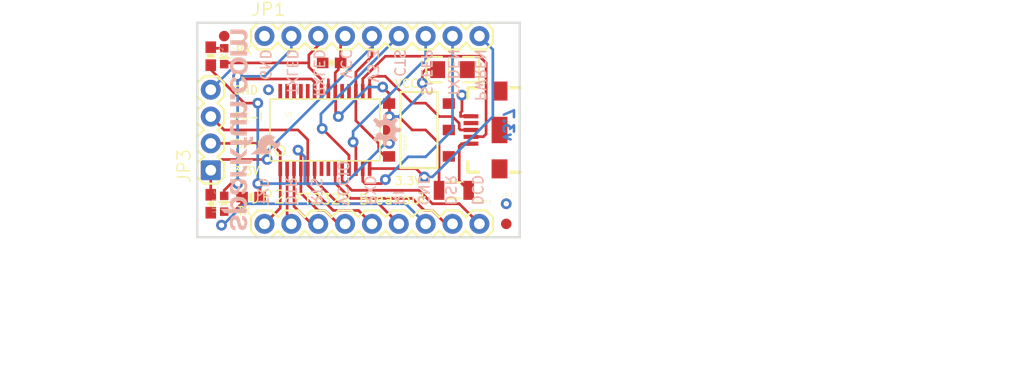
<source format=kicad_pcb>
(kicad_pcb (version 20171130) (host pcbnew 5.1.5-52549c5~84~ubuntu18.04.1)

  (general
    (thickness 1.6)
    (drawings 34)
    (tracks 208)
    (zones 0)
    (modules 20)
    (nets 27)
  )

  (page A4)
  (layers
    (0 Top signal)
    (31 Bottom signal)
    (32 B.Adhes user)
    (33 F.Adhes user)
    (34 B.Paste user)
    (35 F.Paste user)
    (36 B.SilkS user)
    (37 F.SilkS user)
    (38 B.Mask user)
    (39 F.Mask user)
    (40 Dwgs.User user)
    (41 Cmts.User user)
    (42 Eco1.User user)
    (43 Eco2.User user)
    (44 Edge.Cuts user)
    (45 Margin user)
    (46 B.CrtYd user)
    (47 F.CrtYd user)
    (48 B.Fab user)
    (49 F.Fab user)
  )

  (setup
    (last_trace_width 0.25)
    (trace_clearance 0.2)
    (zone_clearance 0.508)
    (zone_45_only no)
    (trace_min 0.2)
    (via_size 0.8)
    (via_drill 0.4)
    (via_min_size 0.4)
    (via_min_drill 0.3)
    (uvia_size 0.3)
    (uvia_drill 0.1)
    (uvias_allowed no)
    (uvia_min_size 0.2)
    (uvia_min_drill 0.1)
    (edge_width 0.05)
    (segment_width 0.2)
    (pcb_text_width 0.3)
    (pcb_text_size 1.5 1.5)
    (mod_edge_width 0.12)
    (mod_text_size 1 1)
    (mod_text_width 0.15)
    (pad_size 1.524 1.524)
    (pad_drill 0.762)
    (pad_to_mask_clearance 0.051)
    (solder_mask_min_width 0.25)
    (aux_axis_origin 0 0)
    (visible_elements FFFFFF7F)
    (pcbplotparams
      (layerselection 0x010fc_ffffffff)
      (usegerberextensions false)
      (usegerberattributes false)
      (usegerberadvancedattributes false)
      (creategerberjobfile false)
      (excludeedgelayer true)
      (linewidth 0.100000)
      (plotframeref false)
      (viasonmask false)
      (mode 1)
      (useauxorigin false)
      (hpglpennumber 1)
      (hpglpenspeed 20)
      (hpglpendiameter 15.000000)
      (psnegative false)
      (psa4output false)
      (plotreference true)
      (plotvalue true)
      (plotinvisibletext false)
      (padsonsilk false)
      (subtractmaskfromsilk false)
      (outputformat 1)
      (mirror false)
      (drillshape 1)
      (scaleselection 1)
      (outputdirectory ""))
  )

  (net 0 "")
  (net 1 GND)
  (net 2 VCC)
  (net 3 VCCIO)
  (net 4 3.3V)
  (net 5 /PWREN)
  (net 6 /TXDEN)
  (net 7 /SLEEP)
  (net 8 /CTS)
  (net 9 /RXLED)
  (net 10 /TXLED)
  (net 11 /DCD)
  (net 12 /DSR)
  (net 13 /RI)
  (net 14 /RXD)
  (net 15 /RTS)
  (net 16 /DTR)
  (net 17 /TXD)
  (net 18 /USB_D+)
  (net 19 /USB_D-)
  (net 20 "Net-(U1-Pad19)")
  (net 21 "Net-(U1-Pad27)")
  (net 22 "Net-(U1-Pad28)")
  (net 23 "Net-(LED1-PadA)")
  (net 24 "Net-(LED2-PadA)")
  (net 25 "Net-(F1-Pad1)")
  (net 26 "Net-(JP7-PadID1)")

  (net_class Default "This is the default net class."
    (clearance 0.2)
    (trace_width 0.25)
    (via_dia 0.8)
    (via_drill 0.4)
    (uvia_dia 0.3)
    (uvia_drill 0.1)
    (add_net /CTS)
    (add_net /DCD)
    (add_net /DSR)
    (add_net /DTR)
    (add_net /PWREN)
    (add_net /RI)
    (add_net /RTS)
    (add_net /RXD)
    (add_net /RXLED)
    (add_net /SLEEP)
    (add_net /TXD)
    (add_net /TXDEN)
    (add_net /TXLED)
    (add_net /USB_D+)
    (add_net /USB_D-)
    (add_net 3.3V)
    (add_net GND)
    (add_net "Net-(F1-Pad1)")
    (add_net "Net-(JP7-PadID1)")
    (add_net "Net-(LED1-PadA)")
    (add_net "Net-(LED2-PadA)")
    (add_net "Net-(U1-Pad19)")
    (add_net "Net-(U1-Pad27)")
    (add_net "Net-(U1-Pad28)")
    (add_net VCC)
    (add_net VCCIO)
  )

  (module FT232R-Breakout_v37:0603-CAP (layer Top) (tedit 0) (tstamp 5E3E4A8B)
    (at 145.9611 98.6536 180)
    (path /B94C3227)
    (fp_text reference C2 (at -0.889 -0.762) (layer F.SilkS)
      (effects (font (size 0.38608 0.38608) (thickness 0.030886)) (justify left bottom))
    )
    (fp_text value 0.1uF (at -3.302 0.254) (layer F.Fab)
      (effects (font (size 0.38608 0.38608) (thickness 0.030886)) (justify left bottom))
    )
    (fp_poly (pts (xy -0.1999 0.3) (xy 0.1999 0.3) (xy 0.1999 -0.3) (xy -0.1999 -0.3)) (layer F.Adhes) (width 0))
    (fp_poly (pts (xy 0.3302 0.4699) (xy 0.8303 0.4699) (xy 0.8303 -0.4801) (xy 0.3302 -0.4801)) (layer F.Fab) (width 0))
    (fp_poly (pts (xy -0.8382 0.4699) (xy -0.3381 0.4699) (xy -0.3381 -0.4801) (xy -0.8382 -0.4801)) (layer F.Fab) (width 0))
    (fp_line (start 0 -0.0305) (end 0 0.0305) (layer F.SilkS) (width 0.5588))
    (fp_line (start -0.356 0.419) (end 0.356 0.419) (layer F.Fab) (width 0.1016))
    (fp_line (start -0.356 -0.432) (end 0.356 -0.432) (layer F.Fab) (width 0.1016))
    (fp_line (start -1.473 0.983) (end -1.473 -0.983) (layer Dwgs.User) (width 0.0508))
    (fp_line (start 1.473 0.983) (end -1.473 0.983) (layer Dwgs.User) (width 0.0508))
    (fp_line (start 1.473 -0.983) (end 1.473 0.983) (layer Dwgs.User) (width 0.0508))
    (fp_line (start -1.473 -0.983) (end 1.473 -0.983) (layer Dwgs.User) (width 0.0508))
    (pad 2 smd rect (at 0.85 0 180) (size 1.1 1) (layers Top F.Paste F.Mask)
      (net 1 GND) (solder_mask_margin 0.1016))
    (pad 1 smd rect (at -0.85 0 180) (size 1.1 1) (layers Top F.Paste F.Mask)
      (net 2 VCC) (solder_mask_margin 0.1016))
  )

  (module FT232R-Breakout_v37:EIA3216 (layer Top) (tedit 0) (tstamp 5E3E4A9A)
    (at 157.3911 99.2886 180)
    (path /09CD1EDC)
    (fp_text reference C5 (at -2.54 -1.381) (layer F.SilkS)
      (effects (font (size 0.38608 0.38608) (thickness 0.030886)) (justify left bottom))
    )
    (fp_text value 10uF (at -0.481 -0.951) (layer F.Fab)
      (effects (font (size 0.38608 0.38608) (thickness 0.030886)) (justify left bottom))
    )
    (fp_line (start 0.381 -1.016) (end 0.381 1.016) (layer F.SilkS) (width 0.127))
    (fp_line (start 2.1 -1.2) (end 1 -1.2) (layer F.SilkS) (width 0.2032))
    (fp_line (start 2.5 -0.8) (end 2.1 -1.2) (layer F.SilkS) (width 0.2032))
    (fp_line (start 2.5 0.8) (end 2.5 -0.8) (layer F.SilkS) (width 0.2032))
    (fp_line (start 2.1 1.2) (end 2.5 0.8) (layer F.SilkS) (width 0.2032))
    (fp_line (start 1 1.2) (end 2.1 1.2) (layer F.SilkS) (width 0.2032))
    (fp_line (start -2.5 -1.2) (end -1 -1.2) (layer F.SilkS) (width 0.2032))
    (fp_line (start -2.5 1.2) (end -2.5 -1.2) (layer F.SilkS) (width 0.2032))
    (fp_line (start -1 1.2) (end -2.5 1.2) (layer F.SilkS) (width 0.2032))
    (pad A smd rect (at 1.4 0 270) (size 1.6 1.4) (layers Top F.Paste F.Mask)
      (net 2 VCC) (solder_mask_margin 0.1016))
    (pad C smd rect (at -1.4 0 270) (size 1.6 1.4) (layers Top F.Paste F.Mask)
      (net 1 GND) (solder_mask_margin 0.1016))
  )

  (module FT232R-Breakout_v37:0603-CAP (layer Top) (tedit 0) (tstamp 5E3E4AA8)
    (at 134.5311 111.9886 270)
    (path /F1C90C04)
    (fp_text reference C1 (at -0.889 -0.762 90) (layer F.SilkS)
      (effects (font (size 0.38608 0.38608) (thickness 0.030886)) (justify left bottom))
    )
    (fp_text value 0.1uF (at -0.635 -0.762 90) (layer F.Fab)
      (effects (font (size 0.38608 0.38608) (thickness 0.030886)) (justify left bottom))
    )
    (fp_poly (pts (xy -0.1999 0.3) (xy 0.1999 0.3) (xy 0.1999 -0.3) (xy -0.1999 -0.3)) (layer F.Adhes) (width 0))
    (fp_poly (pts (xy 0.3302 0.4699) (xy 0.8303 0.4699) (xy 0.8303 -0.4801) (xy 0.3302 -0.4801)) (layer F.Fab) (width 0))
    (fp_poly (pts (xy -0.8382 0.4699) (xy -0.3381 0.4699) (xy -0.3381 -0.4801) (xy -0.8382 -0.4801)) (layer F.Fab) (width 0))
    (fp_line (start 0 -0.0305) (end 0 0.0305) (layer F.SilkS) (width 0.5588))
    (fp_line (start -0.356 0.419) (end 0.356 0.419) (layer F.Fab) (width 0.1016))
    (fp_line (start -0.356 -0.432) (end 0.356 -0.432) (layer F.Fab) (width 0.1016))
    (fp_line (start -1.473 0.983) (end -1.473 -0.983) (layer Dwgs.User) (width 0.0508))
    (fp_line (start 1.473 0.983) (end -1.473 0.983) (layer Dwgs.User) (width 0.0508))
    (fp_line (start 1.473 -0.983) (end 1.473 0.983) (layer Dwgs.User) (width 0.0508))
    (fp_line (start -1.473 -0.983) (end 1.473 -0.983) (layer Dwgs.User) (width 0.0508))
    (pad 2 smd rect (at 0.85 0 270) (size 1.1 1) (layers Top F.Paste F.Mask)
      (net 1 GND) (solder_mask_margin 0.1016))
    (pad 1 smd rect (at -0.85 0 270) (size 1.1 1) (layers Top F.Paste F.Mask)
      (net 4 3.3V) (solder_mask_margin 0.1016))
  )

  (module FT232R-Breakout_v37:SFE-NEW-WEBLOGO (layer Bottom) (tedit 0) (tstamp 5E3E4AB7)
    (at 135.4201 114.5286 90)
    (path /A8B04D1A)
    (fp_text reference U$2 (at 0 0 90) (layer B.SilkS) hide
      (effects (font (size 1.27 1.27) (thickness 0.15)) (justify mirror))
    )
    (fp_text value LOGO-SFENEW (at 0 0 90) (layer B.SilkS) hide
      (effects (font (size 1.27 1.27) (thickness 0.15)) (justify mirror))
    )
    (fp_poly (pts (xy 16.571 0.955) (xy 16.571 2.5603) (xy 16.9697 2.5603) (xy 16.9697 2.3393)
      (xy 16.9926 2.3444) (xy 17.0256 2.3876) (xy 17.1018 2.4663) (xy 17.177971 2.527466)
      (xy 17.2669 2.5679) (xy 17.321034 2.582602) (xy 17.3761 2.5933) (xy 17.4445 2.601811)
      (xy 17.5133 2.606) (xy 17.7013 2.573) (xy 17.701299 2.573) (xy 17.850148 2.478031)
      (xy 17.9527 2.3343) (xy 17.9614 2.3379) (xy 17.9705 2.347) (xy 18.0162 2.3952)
      (xy 18.095006 2.471105) (xy 18.1839 2.5349) (xy 18.307156 2.587872) (xy 18.4404 2.6035)
      (xy 18.6944 2.5679) (xy 18.923 2.4181) (xy 19.0373 2.1107) (xy 19.0373 0.9525)
      (xy 18.6131 0.9525) (xy 18.6131 1.9812) (xy 18.5699 2.1565) (xy 18.5699 2.156499)
      (xy 18.505601 2.230586) (xy 18.415 2.2682) (xy 18.322189 2.275161) (xy 18.2296 2.2657)
      (xy 18.1127 2.1996) (xy 18.056938 2.114555) (xy 18.0289 2.0168) (xy 18.023393 1.961016)
      (xy 18.0213 1.905) (xy 18.0213 0.9525) (xy 17.5895 0.9525) (xy 17.5895 2.0091)
      (xy 17.5184 2.1996) (xy 17.518401 2.199599) (xy 17.438252 2.25812) (xy 17.3406 2.2758)
      (xy 17.297386 2.273545) (xy 17.2542 2.2708) (xy 17.185837 2.253899) (xy 17.1272 2.2149)
      (xy 17.082963 2.168679) (xy 17.0434 2.1184) (xy 17.0028 1.9355) (xy 17.0028 0.955)) (layer B.SilkS) (width 0))
    (fp_poly (pts (xy 15.5245 2.606) (xy 15.5372 2.601) (xy 15.5372 2.3089) (xy 15.4254 2.2936)
      (xy 15.306 2.2276) (xy 15.2248 2.1158) (xy 15.1841 2.0244) (xy 15.1562 1.8745)
      (xy 15.1511 1.6866) (xy 15.1689 1.5596) (xy 15.207 1.4427) (xy 15.2629 1.336)
      (xy 15.433 1.2319) (xy 15.6134 1.209) (xy 15.7937 1.27) (xy 15.9055 1.3716)
      (xy 15.9614 1.4961) (xy 15.9995 1.6535) (xy 15.9995 1.7983) (xy 15.9741 1.9939)
      (xy 15.8979 2.159) (xy 15.8115 2.2428) (xy 15.7124 2.2962) (xy 15.5905 2.3063)
      (xy 15.5804 2.3063) (xy 15.5854 2.6035) (xy 15.7861 2.5781) (xy 15.9487 2.5222)
      (xy 16.1468 2.3851) (xy 16.256 2.2581) (xy 16.3601 2.0244) (xy 16.3881 1.8059)
      (xy 16.3627 1.5951) (xy 16.2941 1.3487) (xy 16.2128 1.2192) (xy 16.0934 1.1049)
      (xy 15.9817 1.0262) (xy 15.7963 0.9627) (xy 15.5448 0.9373) (xy 15.2451 0.9779)
      (xy 14.9606 1.1557) (xy 14.8006 1.4046) (xy 14.7396 1.7932) (xy 14.8209 2.1488)
      (xy 15.0343 2.4206) (xy 15.3721 2.5883) (xy 15.5194 2.606)) (layer B.SilkS) (width 0))
    (fp_poly (pts (xy 14.6025 2.0041) (xy 14.1834 2.0041) (xy 14.1834 2.0066) (xy 14.1834 2.006599)
      (xy 14.0284 2.2479) (xy 13.8608 2.2835) (xy 13.6906 2.2581) (xy 13.646471 2.238268)
      (xy 13.6093 2.2073) (xy 13.4468 1.7805) (xy 13.495 1.4681) (xy 13.495 1.468099)
      (xy 13.7135 1.2446) (xy 13.793737 1.225959) (xy 13.876 1.2217) (xy 13.96713 1.236975)
      (xy 14.0513 1.2751) (xy 14.097601 1.311214) (xy 14.1351 1.3564) (xy 14.2011 1.5519)
      (xy 14.6075 1.5519) (xy 14.6075 1.5469) (xy 14.5948 1.4529) (xy 14.516321 1.270263)
      (xy 14.391306 1.115711) (xy 14.2291 1.0008) (xy 13.8862 0.9169) (xy 13.72759 0.926777)
      (xy 13.5712 0.955) (xy 13.1978 1.1938) (xy 13.0302 1.6459) (xy 13.0378 1.8948)
      (xy 13.0378 1.894801) (xy 13.093046 2.115495) (xy 13.208668 2.311429) (xy 13.5788 2.5679)
      (xy 13.8836 2.6035) (xy 14.1681 2.5527) (xy 14.168099 2.5527) (xy 14.5364 2.2403)) (layer B.SilkS) (width 0))
    (fp_poly (pts (xy 10.7163 2.5171) (xy 11.1201 2.5171) (xy 11.1201 2.2962) (xy 11.1277 2.2962)
      (xy 11.137379 2.298176) (xy 11.1455 2.3038) (xy 11.1582 2.319) (xy 11.172158 2.338081)
      (xy 11.1862 2.3571) (xy 11.2264 2.404414) (xy 11.2725 2.446) (xy 11.411239 2.52384)
      (xy 11.5672 2.5552) (xy 11.7678 2.5502) (xy 12.0345 2.4257) (xy 12.1488 2.2327)
      (xy 12.1818 2.0091) (xy 12.1818 0.955) (xy 11.7729 0.955) (xy 11.7729 1.9202)
      (xy 11.7729 1.920199) (xy 11.7145 2.1311) (xy 11.664346 2.1894) (xy 11.5976 2.2276)
      (xy 11.5316 2.2377) (xy 11.475702 2.235165) (xy 11.4198 2.2327) (xy 11.2598 2.1692)
      (xy 11.1684 2.0396) (xy 11.1379 1.8821) (xy 11.1379 1.8136) (xy 11.1379 0.9449)
      (xy 10.7163 0.9449)) (layer B.SilkS) (width 0))
    (fp_poly (pts (xy 8.9967 2.5197) (xy 8.9967 1.4402) (xy 8.9967 1.440199) (xy 9.036757 1.223909)
      (xy 9.1516 1.0363) (xy 9.16369 1.02422) (xy 9.177 1.0135) (xy 9.177001 1.0135)
      (xy 9.315635 0.94138) (xy 9.4691 0.9119) (xy 9.7663 0.9373) (xy 9.79254 0.945347)
      (xy 9.8171 0.9576) (xy 9.952836 1.061232) (xy 10.0635 1.1913) (xy 10.066 1.1913)
      (xy 10.066 0.9525) (xy 10.4673 0.9525) (xy 10.4673 2.5146) (xy 10.0457 2.5146)
      (xy 10.0457 1.684) (xy 10.0152 1.4376) (xy 9.8603 1.2573) (xy 9.713992 1.228407)
      (xy 9.5682 1.2598) (xy 9.568199 1.2598) (xy 9.507574 1.298542) (xy 9.4615 1.3538)
      (xy 9.4107 1.5189) (xy 9.4107 2.5197)) (layer B.SilkS) (width 0))
    (fp_poly (pts (xy 8.1331 0.9449) (xy 8.1331 2.225) (xy 8.1331 2.2454) (xy 7.7343 2.2479)
      (xy 8.001 2.5146) (xy 8.1382 2.5146) (xy 8.1382 2.5603) (xy 8.1559 2.7737)
      (xy 8.2296 2.9312) (xy 8.390637 3.057127) (xy 8.5877 3.1115) (xy 8.7427 3.1115)
      (xy 8.808722 3.107215) (xy 8.8748 3.1039) (xy 8.8773 3.1039) (xy 8.8773 2.8016)
      (xy 8.8697 2.8016) (xy 8.8417 2.8042) (xy 8.6563 2.8042) (xy 8.5776 2.7483)
      (xy 8.558829 2.702941) (xy 8.5522 2.6543) (xy 8.5522 2.5146) (xy 8.6639 2.5146)
      (xy 8.8494 2.5146) (xy 8.8494 2.2479) (xy 8.5496 2.2479) (xy 8.5496 0.9449)) (layer B.SilkS) (width 0))
    (fp_poly (pts (xy 6.3068 0.9474) (xy 6.3068 2.8804) (xy 6.7208 3.1166) (xy 6.7208 1.9431)
      (xy 7.2898 2.5121) (xy 7.7572 2.5121) (xy 7.1806 1.9482) (xy 7.8461 0.95)
      (xy 7.3381 0.9525) (xy 6.9113 1.6561) (xy 6.9063 1.6637) (xy 6.7259 1.4884)
      (xy 6.7259 0.955) (xy 6.7259 0.9423) (xy 6.3119 0.9423)) (layer B.SilkS) (width 0))
    (fp_poly (pts (xy 5.1206 0.955) (xy 5.1232 2.4435) (xy 5.5093 2.5121) (xy 5.5093 2.225)
      (xy 5.5194 2.22) (xy 5.5347 2.225) (xy 5.555 2.2555) (xy 5.589431 2.307514)
      (xy 5.6236 2.3597) (xy 5.6947 2.4282) (xy 5.7836 2.4867) (xy 5.9817 2.5527)
      (xy 6.1189 2.5451) (xy 6.1189 2.159) (xy 6.1163 2.159) (xy 6.108598 2.159628)
      (xy 6.1011 2.1615) (xy 6.070986 2.169702) (xy 6.0401 2.1742) (xy 5.96265 2.177451)
      (xy 5.8852 2.1742) (xy 5.7252 2.1184) (xy 5.627383 2.026437) (xy 5.5651 1.9075)
      (xy 5.5372 1.7374) (xy 5.5372 0.955)) (layer B.SilkS) (width 0))
    (fp_poly (pts (xy 3.429 2.0422) (xy 3.8481 2.0422) (xy 3.8532 2.0422) (xy 3.8532 2.0472)
      (xy 3.8532 2.047201) (xy 4.0005 2.2657) (xy 4.1199 2.2885) (xy 4.188487 2.287019)
      (xy 4.257 2.2835) (xy 4.3663 2.2428) (xy 4.4298 2.1539) (xy 4.4298 1.9888)
      (xy 4.424548 1.976789) (xy 4.4171 1.966) (xy 4.3866 1.938) (xy 4.341599 1.912049)
      (xy 4.2926 1.8948) (xy 4.226979 1.880912) (xy 4.1605 1.872) (xy 4.049957 1.860969)
      (xy 3.9395 1.8491) (xy 3.6373 1.7729) (xy 3.535912 1.712952) (xy 3.4569 1.6256)
      (xy 3.414011 1.539373) (xy 3.3934 1.4453) (xy 3.3934 1.445299) (xy 3.4493 1.1354)
      (xy 3.49637 1.06522) (xy 3.5611 1.0109) (xy 3.688005 0.950333) (xy 3.8252 0.9195)
      (xy 4.1504 0.9398) (xy 4.302732 0.999746) (xy 4.4323 1.0998) (xy 4.432299 1.099799)
      (xy 4.4577 1.0922) (xy 4.4806 0.9881) (xy 4.484259 0.974062) (xy 4.4882 0.9601)
      (xy 4.4983 0.955) (xy 4.9022 0.955) (xy 4.8946 0.9754) (xy 4.859247 1.106608)
      (xy 4.8489 1.2421) (xy 4.8514 1.6764) (xy 4.4425 1.6764) (xy 4.4425 1.5926)
      (xy 4.4145 1.3741) (xy 4.412063 1.365217) (xy 4.4094 1.3564) (xy 4.397947 1.329629)
      (xy 4.3815 1.3056) (xy 4.345312 1.266773) (xy 4.3053 1.2319) (xy 4.2393 1.1989)
      (xy 4.1326 1.1836) (xy 4.055029 1.183994) (xy 3.9776 1.1887) (xy 3.8456 1.2522)
      (xy 3.816588 1.294451) (xy 3.8024 1.3437) (xy 3.805325 1.43512) (xy 3.8354 1.5215)
      (xy 3.8862 1.5799) (xy 4.0462 1.6408) (xy 4.191 1.6561) (xy 4.3866 1.7018)
      (xy 4.416429 1.719726) (xy 4.4374 1.7475) (xy 4.4425 1.7475) (xy 4.4425 1.6866)
      (xy 4.8489 1.6866) (xy 4.8489 2.1692) (xy 4.8489 2.169199) (xy 4.7142 2.4206)
      (xy 4.583868 2.48991) (xy 4.4425 2.5324) (xy 4.180969 2.558581) (xy 3.9192 2.5349)
      (xy 3.79633 2.501486) (xy 3.6805 2.4486) (xy 3.551498 2.344043) (xy 3.465148 2.202208)
      (xy 3.4315 2.0396)) (layer B.SilkS) (width 0))
    (fp_poly (pts (xy 7.7572 4.7803) (xy 7.7089 4.7879) (xy 7.6149 4.79525) (xy 7.5209 4.7879)
      (xy 7.386189 4.73741) (xy 7.2822 4.638) (xy 7.2111 4.4018) (xy 7.2111 2.8854)
      (xy 7.6987 3.4341) (xy 7.8867 3.5738) (xy 7.923917 3.587264) (xy 7.9629 3.5941)
      (xy 8.1915 3.5941) (xy 8.5827 3.7033) (xy 8.89 3.9929) (xy 8.89 3.992899)
      (xy 9.009275 4.220463) (xy 9.070564 4.469973) (xy 9.0703 4.7269) (xy 9.0703 4.726899)
      (xy 8.9637 5.0241) (xy 8.7605 5.2299) (xy 8.7605 5.141) (xy 8.7528 5.113)
      (xy 8.6843 5.0495) (xy 8.674298 5.045167) (xy 8.6639 5.0419) (xy 8.577985 5.038935)
      (xy 8.4988 5.0724) (xy 8.4074 5.1384) (xy 8.3287 5.2172) (xy 8.2779 5.3162)
      (xy 8.2728 5.3823) (xy 8.4125 5.5524) (xy 8.5166 5.5728) (xy 8.5776 5.5728)
      (xy 8.5775 5.5728) (xy 8.575 5.5753) (xy 8.4811 5.6312) (xy 8.462863 5.637777)
      (xy 8.4455 5.6464) (xy 8.434303 5.652068) (xy 8.4226 5.6566) (xy 8.334849 5.67855)
      (xy 8.2448 5.6871) (xy 7.9959 5.6185) (xy 7.8486 5.4966) (xy 7.848599 5.496599)
      (xy 7.808 5.1511) (xy 8.0721 4.8209) (xy 8.072099 4.820901) (xy 8.141131 4.703631)
      (xy 8.0442 4.4628) (xy 7.957869 4.420857) (xy 7.8638 4.4018) (xy 7.863799 4.4018)
      (xy 7.753765 4.414093) (xy 7.6556 4.4653) (xy 7.621939 4.500649) (xy 7.5997 4.5441)
      (xy 7.588521 4.6114) (xy 7.5997 4.6787) (xy 7.6225 4.7092) (xy 7.7064 4.7701)
      (xy 7.706399 4.7701) (xy 7.730654 4.780904)) (layer B.SilkS) (width 0))
    (fp_poly (pts (xy 2.0447 2.5222) (xy 2.0422 2.3216) (xy 2.0498 2.3139) (xy 2.0549 2.3114)
      (xy 2.0777 2.3368) (xy 2.1666 2.4333) (xy 2.2403 2.4867) (xy 2.3724 2.54)
      (xy 2.4206 2.5502) (xy 2.6187 2.5527) (xy 2.8296 2.4943) (xy 2.919832 2.440215)
      (xy 3.0023 2.3749) (xy 3.1394 2.1819) (xy 3.1394 2.181901) (xy 3.2233 1.5291)
      (xy 3.0582 1.143) (xy 2.915629 1.013865) (xy 2.7381 0.9398) (xy 2.3724 0.9347)
      (xy 2.372399 0.9347) (xy 2.210996 1.004836) (xy 2.093 1.1354) (xy 2.093 1.4326)
      (xy 2.1006 1.4402) (xy 2.1006 1.4351) (xy 2.102576 1.425421) (xy 2.1082 1.4173)
      (xy 2.111166 1.413779) (xy 2.1133 1.4097) (xy 2.1133 1.409699) (xy 2.2403 1.2649)
      (xy 2.310434 1.23487) (xy 2.3851 1.2192) (xy 2.478712 1.218606) (xy 2.5705 1.237)
      (xy 2.7915 1.4732) (xy 2.8219 1.8694) (xy 2.760798 2.06162) (xy 2.6213 2.2073)
      (xy 2.4536 2.2555) (xy 2.398965 2.253698) (xy 2.3444 2.2504) (xy 2.304715 2.242454)
      (xy 2.2682 2.225) (xy 2.1336 2.098) (xy 2.075329 1.985965) (xy 2.0523 1.8618)
      (xy 2.050687 1.73352) (xy 2.0549 1.6053) (xy 2.059194 1.565569) (xy 2.0676 1.5265)
      (xy 2.0904 1.458) (xy 2.0904 1.458001) (xy 2.0828 1.4478) (xy 2.0701 1.4478)
      (xy 2.0701 1.1379) (xy 2.0701 0.0178) (xy 1.6561 0.3912) (xy 1.6561 2.4409)
      (xy 1.6561 2.4486)) (layer B.SilkS) (width 0))
    (fp_poly (pts (xy 1.4021 2.1565) (xy 1.3818 2.2123) (xy 1.365486 2.252371) (xy 1.3462 2.2911)
      (xy 1.2827 2.3749) (xy 1.186738 2.450591) (xy 1.077 2.5044) (xy 0.941923 2.541268)
      (xy 0.8026 2.5552) (xy 0.71245 2.555934) (xy 0.6223 2.5552) (xy 0.2134 2.4333)
      (xy 0.0965 2.2987) (xy 0.0965 2.298699) (xy 0.051343 2.134016) (xy 0.0584 1.9634)
      (xy 0.0584 1.963399) (xy 0.1321 1.8313) (xy 0.236434 1.754749) (xy 0.3556 1.7043)
      (xy 0.536098 1.656514) (xy 0.7188 1.618) (xy 0.95 1.5392) (xy 1.0414 1.3564)
      (xy 1.01873 1.295512) (xy 0.9754 1.2471) (xy 0.8001 1.1862) (xy 0.7328 1.185688)
      (xy 0.6655 1.1862) (xy 0.636081 1.188319) (xy 0.6071 1.1938) (xy 0.607099 1.1938)
      (xy 0.517265 1.23252) (xy 0.4445 1.2979) (xy 0.444499 1.297901) (xy 0.40808 1.366018)
      (xy 0.3988 1.4427) (xy 0.3988 1.4478) (xy 0.0127 1.4478) (xy 0.7264 1.0719)
      (xy 1.1379 1.1633) (xy 1.2497 1.4961) (xy 1.2319 1.5316) (xy 0.4064 2.0117)
      (xy 0.3581 2.286) (xy 0.7366 2.4003) (xy 1.1582 2.2657) (xy 1.3538 2.1209)) (layer B.SilkS) (width 0))
    (fp_poly (pts (xy 0.0127 1.4478) (xy 0.0152 1.4122) (xy 0.0254 1.3538) (xy 0.0686 1.2268)
      (xy 0.119237 1.140063) (xy 0.193 1.0719) (xy 0.3124 0.9957) (xy 0.4902 0.9347)
      (xy 0.618262 0.922365) (xy 0.7468 0.9169) (xy 1.0109 0.9398) (xy 1.204444 1.013166)
      (xy 1.3614 1.1481) (xy 1.4402 1.3335) (xy 1.445148 1.385466) (xy 1.4478 1.4376)
      (xy 1.4478 1.437599) (xy 1.4046 1.6434) (xy 1.379441 1.684597) (xy 1.3462 1.7196)
      (xy 1.2014 1.811) (xy 0.8636 1.9101) (xy 0.6604 1.9507) (xy 0.5131 2.0218)
      (xy 0.4623 2.093) (xy 0.456229 2.154392) (xy 0.4775 2.2123) (xy 0.503156 2.241774)
      (xy 0.5359 2.2631) (xy 0.580582 2.279647) (xy 0.6274 2.2885) (xy 0.8001 2.2885)
      (xy 0.876613 2.269498) (xy 0.9449 2.2301) (xy 1.0135 2.1311) (xy 1.0211 2.0777)
      (xy 1.4097 2.0777) (xy 1.4021 2.1488) (xy 1.1963 2.2784) (xy 0.7417 2.4105)
      (xy 0.3226 2.3012) (xy 0.3759 1.9964) (xy 0.8153 1.7348) (xy 1.2395 1.5037)
      (xy 1.1303 1.1786) (xy 0.7366 1.0897)) (layer B.SilkS) (width 0))
    (fp_poly (pts (xy 12.4257 0.9449) (xy 12.921 0.9449) (xy 12.921 1.43) (xy 12.4257 1.43)) (layer B.SilkS) (width 0))
    (fp_arc (start 15.585053 1.7182) (end 15.1282 2.4892) (angle -28.40069) (layer B.SilkS) (width 0.0254))
    (fp_arc (start 15.529 1.812716) (end 14.7549 1.9507) (angle -49.247465) (layer B.SilkS) (width 0.0254))
    (fp_arc (start 15.872399 1.751364) (end 14.7523 1.5672) (angle -19.450751) (layer B.SilkS) (width 0.0254))
    (fp_arc (start 15.582699 1.703651) (end 14.8615 1.27) (angle -21.686674) (layer B.SilkS) (width 0.0254))
    (fp_arc (start 15.3591 1.569238) (end 14.9911 1.1201) (angle -19.649477) (layer B.SilkS) (width 0.0254))
    (fp_arc (start 15.552569 1.8053) (end 15.5423 0.9195) (angle -38.667794) (layer B.SilkS) (width 0.0254))
    (fp_arc (start 15.55531 2.0266) (end 15.9029 0.9754) (angle -18.970273) (layer B.SilkS) (width 0.0254))
    (fp_arc (start 15.69198 1.6135) (end 16.317 1.3665) (angle -50.14572) (layer B.SilkS) (width 0.0254))
    (fp_arc (start 15.1696 1.819953) (end 16.4033 1.8085) (angle -21.032065) (layer B.SilkS) (width 0.0254))
    (fp_arc (start 15.605299 1.815939) (end 16.129 2.4181) (angle -49.520588) (layer B.SilkS) (width 0.0254))
    (fp_arc (start 15.616411 1.828699) (end 15.809 2.5857) (angle -26.738966) (layer B.SilkS) (width 0.0254))
    (fp_arc (start 15.5854 1.706899) (end 15.5854 2.6137) (angle -14.275307) (layer B.SilkS) (width 0.0254))
    (fp_line (start 15.5702 2.6137) (end 15.5854 2.6137) (layer B.SilkS) (width 0.0254))
    (fp_line (start 15.5702 2.2962) (end 15.5702 2.6137) (layer B.SilkS) (width 0.0254))
    (fp_arc (start 15.572749 1.810999) (end 15.7277 2.2708) (angle 18.924644) (layer B.SilkS) (width 0.0254))
    (fp_arc (start 15.645041 2.0256) (end 15.8318 2.2047) (angle 27.569924) (layer B.SilkS) (width 0.0254))
    (fp_arc (start 15.4678 1.855532) (end 15.9588 1.971) (angle 30.574869) (layer B.SilkS) (width 0.0254))
    (fp_arc (start 14.932699 1.729457) (end 15.9868 1.7196) (angle 13.781982) (layer B.SilkS) (width 0.0254))
    (fp_arc (start 15.313299 1.725886) (end 15.908 1.4097) (angle 27.463631) (layer B.SilkS) (width 0.0254))
    (fp_arc (start 15.631126 1.5569) (end 15.7632 1.2725) (angle 37.092776) (layer B.SilkS) (width 0.0254))
    (fp_arc (start 15.569804 1.6883) (end 15.428 1.2522) (angle 42.956637) (layer B.SilkS) (width 0.0254))
    (fp_arc (start 15.529157 1.5639) (end 15.24 1.4097) (angle 43.950129) (layer B.SilkS) (width 0.0254))
    (fp_arc (start 15.7746 1.694719) (end 15.1714 1.6383) (angle 22.72056) (layer B.SilkS) (width 0.0254))
    (fp_arc (start 16.6487 1.776501) (end 15.1689 1.8847) (angle 9.526321) (layer B.SilkS) (width 0.0254))
    (fp_arc (start 15.694099 1.846318) (end 15.2781 2.1692) (angle 33.637372) (layer B.SilkS) (width 0.0254))
    (fp_arc (start 15.52707 1.975899) (end 15.527 2.2911) (angle 52.161542) (layer B.SilkS) (width 0.0254))
    (fp_line (start 15.5499 2.2911) (end 15.527 2.2911) (layer B.SilkS) (width 0.0254))
    (fp_line (start 15.5499 2.6137) (end 15.5499 2.2911) (layer B.SilkS) (width 0.0254))
    (fp_line (start 11.1379 0.9449) (end 10.7163 0.9449) (layer B.SilkS) (width 0.0254))
    (fp_line (start 11.1379 1.8136) (end 11.1379 0.9449) (layer B.SilkS) (width 0.0254))
    (fp_arc (start 13.8103 1.84785) (end 11.1379 1.8821) (angle 1.468547) (layer B.SilkS) (width 0.0254))
    (fp_arc (start 11.5898 1.876292) (end 11.1684 2.0396) (angle 20.446837) (layer B.SilkS) (width 0.0254))
    (fp_arc (start 11.473799 1.921247) (end 11.2598 2.1692) (angle 28.02057) (layer B.SilkS) (width 0.0254))
    (fp_arc (start 11.43118 1.970699) (end 11.4198 2.2327) (angle 38.319405) (layer B.SilkS) (width 0.0254))
    (fp_arc (start 9.456608 47.382078) (end 11.5316 2.2377) (angle -0.141885) (layer B.SilkS) (width 0.0254))
    (fp_arc (start 11.539403 2.067999) (end 11.5976 2.2276) (angle 22.666705) (layer B.SilkS) (width 0.0254))
    (fp_arc (start 11.519885 2.0144) (end 11.7145 2.1311) (angle 39.023543) (layer B.SilkS) (width 0.0254))
    (fp_arc (start 11.363099 1.920258) (end 11.7729 1.9202) (angle 30.972118) (layer B.SilkS) (width 0.0254))
    (fp_line (start 11.7729 0.955) (end 11.7729 1.9202) (layer B.SilkS) (width 0.0254))
    (fp_line (start 12.1818 0.955) (end 11.7729 0.955) (layer B.SilkS) (width 0.0254))
    (fp_line (start 12.1818 2.0091) (end 12.1818 0.955) (layer B.SilkS) (width 0.0254))
    (fp_arc (start 11.3319 1.997902) (end 12.1488 2.2327) (angle -15.281143) (layer B.SilkS) (width 0.0254))
    (fp_arc (start 11.721199 2.109809) (end 12.0345 2.4257) (angle -29.201449) (layer B.SilkS) (width 0.0254))
    (fp_arc (start 11.72775 2.1165) (end 11.7678 2.5502) (angle -39.496126) (layer B.SilkS) (width 0.0254))
    (fp_arc (start 11.630201 1.0563) (end 11.5672 2.5552) (angle -7.669318) (layer B.SilkS) (width 0.0254))
    (fp_arc (start 11.588633 2.0451) (end 11.2725 2.446) (angle -35.851821) (layer B.SilkS) (width 0.0254))
    (fp_arc (start 11.562699 2.077949) (end 11.1862 2.3571) (angle -15.190413) (layer B.SilkS) (width 0.0254))
    (fp_arc (start 15.511001 -0.85057) (end 11.1582 2.319) (angle -0.503124) (layer B.SilkS) (width 0.0254))
    (fp_arc (start 11.0379 2.406608) (end 11.1455 2.3038) (angle 7.631487) (layer B.SilkS) (width 0.0254))
    (fp_arc (start 11.127719 2.3208) (end 11.1277 2.2962) (angle 46.330674) (layer B.SilkS) (width 0.0254))
    (fp_line (start 11.1201 2.2962) (end 11.1277 2.2962) (layer B.SilkS) (width 0.0254))
    (fp_line (start 11.1201 2.5171) (end 11.1201 2.2962) (layer B.SilkS) (width 0.0254))
    (fp_line (start 10.7163 2.5171) (end 11.1201 2.5171) (layer B.SilkS) (width 0.0254))
    (fp_line (start 10.7163 0.9449) (end 10.7163 2.5171) (layer B.SilkS) (width 0.0254))
  )

  (module FT232R-Breakout_v37:1X09 (layer Top) (tedit 0) (tstamp 5E3E4AFE)
    (at 139.6111 96.1136)
    (path /2F430EF2)
    (fp_text reference JP1 (at -1.3462 -1.8288) (layer F.SilkS)
      (effects (font (size 1.2065 1.2065) (thickness 0.127)) (justify left bottom))
    )
    (fp_text value M09 (at -1.27 3.175) (layer F.Fab)
      (effects (font (size 1.2065 1.2065) (thickness 0.1016)) (justify left bottom))
    )
    (fp_poly (pts (xy 20.066 0.254) (xy 20.574 0.254) (xy 20.574 -0.254) (xy 20.066 -0.254)) (layer F.Fab) (width 0))
    (fp_poly (pts (xy 17.526 0.254) (xy 18.034 0.254) (xy 18.034 -0.254) (xy 17.526 -0.254)) (layer F.Fab) (width 0))
    (fp_poly (pts (xy -0.254 0.254) (xy 0.254 0.254) (xy 0.254 -0.254) (xy -0.254 -0.254)) (layer F.Fab) (width 0))
    (fp_poly (pts (xy 2.286 0.254) (xy 2.794 0.254) (xy 2.794 -0.254) (xy 2.286 -0.254)) (layer F.Fab) (width 0))
    (fp_poly (pts (xy 4.826 0.254) (xy 5.334 0.254) (xy 5.334 -0.254) (xy 4.826 -0.254)) (layer F.Fab) (width 0))
    (fp_poly (pts (xy 7.366 0.254) (xy 7.874 0.254) (xy 7.874 -0.254) (xy 7.366 -0.254)) (layer F.Fab) (width 0))
    (fp_poly (pts (xy 9.906 0.254) (xy 10.414 0.254) (xy 10.414 -0.254) (xy 9.906 -0.254)) (layer F.Fab) (width 0))
    (fp_poly (pts (xy 12.446 0.254) (xy 12.954 0.254) (xy 12.954 -0.254) (xy 12.446 -0.254)) (layer F.Fab) (width 0))
    (fp_poly (pts (xy 14.986 0.254) (xy 15.494 0.254) (xy 15.494 -0.254) (xy 14.986 -0.254)) (layer F.Fab) (width 0))
    (fp_line (start 21.59 -0.635) (end 21.59 0.635) (layer F.SilkS) (width 0.2032))
    (fp_line (start 20.955 1.27) (end 19.685 1.27) (layer F.SilkS) (width 0.2032))
    (fp_line (start 19.05 0.635) (end 19.685 1.27) (layer F.SilkS) (width 0.2032))
    (fp_line (start 19.685 -1.27) (end 19.05 -0.635) (layer F.SilkS) (width 0.2032))
    (fp_line (start 21.59 0.635) (end 20.955 1.27) (layer F.SilkS) (width 0.2032))
    (fp_line (start 20.955 -1.27) (end 21.59 -0.635) (layer F.SilkS) (width 0.2032))
    (fp_line (start 19.685 -1.27) (end 20.955 -1.27) (layer F.SilkS) (width 0.2032))
    (fp_line (start 18.415 1.27) (end 17.145 1.27) (layer F.SilkS) (width 0.2032))
    (fp_line (start 16.51 0.635) (end 17.145 1.27) (layer F.SilkS) (width 0.2032))
    (fp_line (start 17.145 -1.27) (end 16.51 -0.635) (layer F.SilkS) (width 0.2032))
    (fp_line (start 19.05 0.635) (end 18.415 1.27) (layer F.SilkS) (width 0.2032))
    (fp_line (start 18.415 -1.27) (end 19.05 -0.635) (layer F.SilkS) (width 0.2032))
    (fp_line (start 17.145 -1.27) (end 18.415 -1.27) (layer F.SilkS) (width 0.2032))
    (fp_line (start 0.635 1.27) (end -0.635 1.27) (layer F.SilkS) (width 0.2032))
    (fp_line (start -1.27 0.635) (end -0.635 1.27) (layer F.SilkS) (width 0.2032))
    (fp_line (start -0.635 -1.27) (end -1.27 -0.635) (layer F.SilkS) (width 0.2032))
    (fp_line (start -1.27 -0.635) (end -1.27 0.635) (layer F.SilkS) (width 0.2032))
    (fp_line (start 1.905 1.27) (end 1.27 0.635) (layer F.SilkS) (width 0.2032))
    (fp_line (start 3.175 1.27) (end 1.905 1.27) (layer F.SilkS) (width 0.2032))
    (fp_line (start 3.81 0.635) (end 3.175 1.27) (layer F.SilkS) (width 0.2032))
    (fp_line (start 3.175 -1.27) (end 3.81 -0.635) (layer F.SilkS) (width 0.2032))
    (fp_line (start 1.905 -1.27) (end 3.175 -1.27) (layer F.SilkS) (width 0.2032))
    (fp_line (start 1.27 -0.635) (end 1.905 -1.27) (layer F.SilkS) (width 0.2032))
    (fp_line (start 1.27 0.635) (end 0.635 1.27) (layer F.SilkS) (width 0.2032))
    (fp_line (start 0.635 -1.27) (end 1.27 -0.635) (layer F.SilkS) (width 0.2032))
    (fp_line (start -0.635 -1.27) (end 0.635 -1.27) (layer F.SilkS) (width 0.2032))
    (fp_line (start 8.255 1.27) (end 6.985 1.27) (layer F.SilkS) (width 0.2032))
    (fp_line (start 6.35 0.635) (end 6.985 1.27) (layer F.SilkS) (width 0.2032))
    (fp_line (start 6.985 -1.27) (end 6.35 -0.635) (layer F.SilkS) (width 0.2032))
    (fp_line (start 4.445 1.27) (end 3.81 0.635) (layer F.SilkS) (width 0.2032))
    (fp_line (start 5.715 1.27) (end 4.445 1.27) (layer F.SilkS) (width 0.2032))
    (fp_line (start 6.35 0.635) (end 5.715 1.27) (layer F.SilkS) (width 0.2032))
    (fp_line (start 5.715 -1.27) (end 6.35 -0.635) (layer F.SilkS) (width 0.2032))
    (fp_line (start 4.445 -1.27) (end 5.715 -1.27) (layer F.SilkS) (width 0.2032))
    (fp_line (start 3.81 -0.635) (end 4.445 -1.27) (layer F.SilkS) (width 0.2032))
    (fp_line (start 9.525 1.27) (end 8.89 0.635) (layer F.SilkS) (width 0.2032))
    (fp_line (start 10.795 1.27) (end 9.525 1.27) (layer F.SilkS) (width 0.2032))
    (fp_line (start 11.43 0.635) (end 10.795 1.27) (layer F.SilkS) (width 0.2032))
    (fp_line (start 10.795 -1.27) (end 11.43 -0.635) (layer F.SilkS) (width 0.2032))
    (fp_line (start 9.525 -1.27) (end 10.795 -1.27) (layer F.SilkS) (width 0.2032))
    (fp_line (start 8.89 -0.635) (end 9.525 -1.27) (layer F.SilkS) (width 0.2032))
    (fp_line (start 8.89 0.635) (end 8.255 1.27) (layer F.SilkS) (width 0.2032))
    (fp_line (start 8.255 -1.27) (end 8.89 -0.635) (layer F.SilkS) (width 0.2032))
    (fp_line (start 6.985 -1.27) (end 8.255 -1.27) (layer F.SilkS) (width 0.2032))
    (fp_line (start 15.875 1.27) (end 14.605 1.27) (layer F.SilkS) (width 0.2032))
    (fp_line (start 13.97 0.635) (end 14.605 1.27) (layer F.SilkS) (width 0.2032))
    (fp_line (start 14.605 -1.27) (end 13.97 -0.635) (layer F.SilkS) (width 0.2032))
    (fp_line (start 12.065 1.27) (end 11.43 0.635) (layer F.SilkS) (width 0.2032))
    (fp_line (start 13.335 1.27) (end 12.065 1.27) (layer F.SilkS) (width 0.2032))
    (fp_line (start 13.97 0.635) (end 13.335 1.27) (layer F.SilkS) (width 0.2032))
    (fp_line (start 13.335 -1.27) (end 13.97 -0.635) (layer F.SilkS) (width 0.2032))
    (fp_line (start 12.065 -1.27) (end 13.335 -1.27) (layer F.SilkS) (width 0.2032))
    (fp_line (start 11.43 -0.635) (end 12.065 -1.27) (layer F.SilkS) (width 0.2032))
    (fp_line (start 16.51 0.635) (end 15.875 1.27) (layer F.SilkS) (width 0.2032))
    (fp_line (start 15.875 -1.27) (end 16.51 -0.635) (layer F.SilkS) (width 0.2032))
    (fp_line (start 14.605 -1.27) (end 15.875 -1.27) (layer F.SilkS) (width 0.2032))
    (pad 9 thru_hole circle (at 20.32 0 90) (size 1.8796 1.8796) (drill 1.016) (layers *.Cu *.Mask)
      (net 5 /PWREN) (solder_mask_margin 0.1016))
    (pad 8 thru_hole circle (at 17.78 0 90) (size 1.8796 1.8796) (drill 1.016) (layers *.Cu *.Mask)
      (net 6 /TXDEN) (solder_mask_margin 0.1016))
    (pad 7 thru_hole circle (at 15.24 0 90) (size 1.8796 1.8796) (drill 1.016) (layers *.Cu *.Mask)
      (net 7 /SLEEP) (solder_mask_margin 0.1016))
    (pad 6 thru_hole circle (at 12.7 0 90) (size 1.8796 1.8796) (drill 1.016) (layers *.Cu *.Mask)
      (net 8 /CTS) (solder_mask_margin 0.1016))
    (pad 5 thru_hole circle (at 10.16 0 90) (size 1.8796 1.8796) (drill 1.016) (layers *.Cu *.Mask)
      (net 4 3.3V) (solder_mask_margin 0.1016))
    (pad 4 thru_hole circle (at 7.62 0 90) (size 1.8796 1.8796) (drill 1.016) (layers *.Cu *.Mask)
      (net 2 VCC) (solder_mask_margin 0.1016))
    (pad 3 thru_hole circle (at 5.08 0 90) (size 1.8796 1.8796) (drill 1.016) (layers *.Cu *.Mask)
      (net 9 /RXLED) (solder_mask_margin 0.1016))
    (pad 2 thru_hole circle (at 2.54 0 90) (size 1.8796 1.8796) (drill 1.016) (layers *.Cu *.Mask)
      (net 10 /TXLED) (solder_mask_margin 0.1016))
    (pad 1 thru_hole circle (at 0 0 90) (size 1.8796 1.8796) (drill 1.016) (layers *.Cu *.Mask)
      (net 1 GND) (solder_mask_margin 0.1016))
  )

  (module FT232R-Breakout_v37:1X09 (layer Top) (tedit 0) (tstamp 5E3E4B4B)
    (at 139.6111 113.8936)
    (path /FA93C76E)
    (fp_text reference JP2 (at -1.3462 -1.8288) (layer F.SilkS)
      (effects (font (size 1.2065 1.2065) (thickness 0.12065)) (justify left bottom))
    )
    (fp_text value M09 (at -1.27 3.175) (layer F.Fab)
      (effects (font (size 1.2065 1.2065) (thickness 0.09652)) (justify left bottom))
    )
    (fp_poly (pts (xy 20.066 0.254) (xy 20.574 0.254) (xy 20.574 -0.254) (xy 20.066 -0.254)) (layer F.Fab) (width 0))
    (fp_poly (pts (xy 17.526 0.254) (xy 18.034 0.254) (xy 18.034 -0.254) (xy 17.526 -0.254)) (layer F.Fab) (width 0))
    (fp_poly (pts (xy -0.254 0.254) (xy 0.254 0.254) (xy 0.254 -0.254) (xy -0.254 -0.254)) (layer F.Fab) (width 0))
    (fp_poly (pts (xy 2.286 0.254) (xy 2.794 0.254) (xy 2.794 -0.254) (xy 2.286 -0.254)) (layer F.Fab) (width 0))
    (fp_poly (pts (xy 4.826 0.254) (xy 5.334 0.254) (xy 5.334 -0.254) (xy 4.826 -0.254)) (layer F.Fab) (width 0))
    (fp_poly (pts (xy 7.366 0.254) (xy 7.874 0.254) (xy 7.874 -0.254) (xy 7.366 -0.254)) (layer F.Fab) (width 0))
    (fp_poly (pts (xy 9.906 0.254) (xy 10.414 0.254) (xy 10.414 -0.254) (xy 9.906 -0.254)) (layer F.Fab) (width 0))
    (fp_poly (pts (xy 12.446 0.254) (xy 12.954 0.254) (xy 12.954 -0.254) (xy 12.446 -0.254)) (layer F.Fab) (width 0))
    (fp_poly (pts (xy 14.986 0.254) (xy 15.494 0.254) (xy 15.494 -0.254) (xy 14.986 -0.254)) (layer F.Fab) (width 0))
    (fp_line (start 21.59 -0.635) (end 21.59 0.635) (layer F.SilkS) (width 0.2032))
    (fp_line (start 20.955 1.27) (end 19.685 1.27) (layer F.SilkS) (width 0.2032))
    (fp_line (start 19.05 0.635) (end 19.685 1.27) (layer F.SilkS) (width 0.2032))
    (fp_line (start 19.685 -1.27) (end 19.05 -0.635) (layer F.SilkS) (width 0.2032))
    (fp_line (start 21.59 0.635) (end 20.955 1.27) (layer F.SilkS) (width 0.2032))
    (fp_line (start 20.955 -1.27) (end 21.59 -0.635) (layer F.SilkS) (width 0.2032))
    (fp_line (start 19.685 -1.27) (end 20.955 -1.27) (layer F.SilkS) (width 0.2032))
    (fp_line (start 18.415 1.27) (end 17.145 1.27) (layer F.SilkS) (width 0.2032))
    (fp_line (start 16.51 0.635) (end 17.145 1.27) (layer F.SilkS) (width 0.2032))
    (fp_line (start 17.145 -1.27) (end 16.51 -0.635) (layer F.SilkS) (width 0.2032))
    (fp_line (start 19.05 0.635) (end 18.415 1.27) (layer F.SilkS) (width 0.2032))
    (fp_line (start 18.415 -1.27) (end 19.05 -0.635) (layer F.SilkS) (width 0.2032))
    (fp_line (start 17.145 -1.27) (end 18.415 -1.27) (layer F.SilkS) (width 0.2032))
    (fp_line (start 0.635 1.27) (end -0.635 1.27) (layer F.SilkS) (width 0.2032))
    (fp_line (start -1.27 0.635) (end -0.635 1.27) (layer F.SilkS) (width 0.2032))
    (fp_line (start -0.635 -1.27) (end -1.27 -0.635) (layer F.SilkS) (width 0.2032))
    (fp_line (start -1.27 -0.635) (end -1.27 0.635) (layer F.SilkS) (width 0.2032))
    (fp_line (start 1.905 1.27) (end 1.27 0.635) (layer F.SilkS) (width 0.2032))
    (fp_line (start 3.175 1.27) (end 1.905 1.27) (layer F.SilkS) (width 0.2032))
    (fp_line (start 3.81 0.635) (end 3.175 1.27) (layer F.SilkS) (width 0.2032))
    (fp_line (start 3.175 -1.27) (end 3.81 -0.635) (layer F.SilkS) (width 0.2032))
    (fp_line (start 1.905 -1.27) (end 3.175 -1.27) (layer F.SilkS) (width 0.2032))
    (fp_line (start 1.27 -0.635) (end 1.905 -1.27) (layer F.SilkS) (width 0.2032))
    (fp_line (start 1.27 0.635) (end 0.635 1.27) (layer F.SilkS) (width 0.2032))
    (fp_line (start 0.635 -1.27) (end 1.27 -0.635) (layer F.SilkS) (width 0.2032))
    (fp_line (start -0.635 -1.27) (end 0.635 -1.27) (layer F.SilkS) (width 0.2032))
    (fp_line (start 8.255 1.27) (end 6.985 1.27) (layer F.SilkS) (width 0.2032))
    (fp_line (start 6.35 0.635) (end 6.985 1.27) (layer F.SilkS) (width 0.2032))
    (fp_line (start 6.985 -1.27) (end 6.35 -0.635) (layer F.SilkS) (width 0.2032))
    (fp_line (start 4.445 1.27) (end 3.81 0.635) (layer F.SilkS) (width 0.2032))
    (fp_line (start 5.715 1.27) (end 4.445 1.27) (layer F.SilkS) (width 0.2032))
    (fp_line (start 6.35 0.635) (end 5.715 1.27) (layer F.SilkS) (width 0.2032))
    (fp_line (start 5.715 -1.27) (end 6.35 -0.635) (layer F.SilkS) (width 0.2032))
    (fp_line (start 4.445 -1.27) (end 5.715 -1.27) (layer F.SilkS) (width 0.2032))
    (fp_line (start 3.81 -0.635) (end 4.445 -1.27) (layer F.SilkS) (width 0.2032))
    (fp_line (start 9.525 1.27) (end 8.89 0.635) (layer F.SilkS) (width 0.2032))
    (fp_line (start 10.795 1.27) (end 9.525 1.27) (layer F.SilkS) (width 0.2032))
    (fp_line (start 11.43 0.635) (end 10.795 1.27) (layer F.SilkS) (width 0.2032))
    (fp_line (start 10.795 -1.27) (end 11.43 -0.635) (layer F.SilkS) (width 0.2032))
    (fp_line (start 9.525 -1.27) (end 10.795 -1.27) (layer F.SilkS) (width 0.2032))
    (fp_line (start 8.89 -0.635) (end 9.525 -1.27) (layer F.SilkS) (width 0.2032))
    (fp_line (start 8.89 0.635) (end 8.255 1.27) (layer F.SilkS) (width 0.2032))
    (fp_line (start 8.255 -1.27) (end 8.89 -0.635) (layer F.SilkS) (width 0.2032))
    (fp_line (start 6.985 -1.27) (end 8.255 -1.27) (layer F.SilkS) (width 0.2032))
    (fp_line (start 15.875 1.27) (end 14.605 1.27) (layer F.SilkS) (width 0.2032))
    (fp_line (start 13.97 0.635) (end 14.605 1.27) (layer F.SilkS) (width 0.2032))
    (fp_line (start 14.605 -1.27) (end 13.97 -0.635) (layer F.SilkS) (width 0.2032))
    (fp_line (start 12.065 1.27) (end 11.43 0.635) (layer F.SilkS) (width 0.2032))
    (fp_line (start 13.335 1.27) (end 12.065 1.27) (layer F.SilkS) (width 0.2032))
    (fp_line (start 13.97 0.635) (end 13.335 1.27) (layer F.SilkS) (width 0.2032))
    (fp_line (start 13.335 -1.27) (end 13.97 -0.635) (layer F.SilkS) (width 0.2032))
    (fp_line (start 12.065 -1.27) (end 13.335 -1.27) (layer F.SilkS) (width 0.2032))
    (fp_line (start 11.43 -0.635) (end 12.065 -1.27) (layer F.SilkS) (width 0.2032))
    (fp_line (start 16.51 0.635) (end 15.875 1.27) (layer F.SilkS) (width 0.2032))
    (fp_line (start 15.875 -1.27) (end 16.51 -0.635) (layer F.SilkS) (width 0.2032))
    (fp_line (start 14.605 -1.27) (end 15.875 -1.27) (layer F.SilkS) (width 0.2032))
    (pad 9 thru_hole circle (at 20.32 0 90) (size 1.8796 1.8796) (drill 1.016) (layers *.Cu *.Mask)
      (net 11 /DCD) (solder_mask_margin 0.1016))
    (pad 8 thru_hole circle (at 17.78 0 90) (size 1.8796 1.8796) (drill 1.016) (layers *.Cu *.Mask)
      (net 12 /DSR) (solder_mask_margin 0.1016))
    (pad 7 thru_hole circle (at 15.24 0 90) (size 1.8796 1.8796) (drill 1.016) (layers *.Cu *.Mask)
      (net 1 GND) (solder_mask_margin 0.1016))
    (pad 6 thru_hole circle (at 12.7 0 90) (size 1.8796 1.8796) (drill 1.016) (layers *.Cu *.Mask)
      (net 13 /RI) (solder_mask_margin 0.1016))
    (pad 5 thru_hole circle (at 10.16 0 90) (size 1.8796 1.8796) (drill 1.016) (layers *.Cu *.Mask)
      (net 14 /RXD) (solder_mask_margin 0.1016))
    (pad 4 thru_hole circle (at 7.62 0 90) (size 1.8796 1.8796) (drill 1.016) (layers *.Cu *.Mask)
      (net 3 VCCIO) (solder_mask_margin 0.1016))
    (pad 3 thru_hole circle (at 5.08 0 90) (size 1.8796 1.8796) (drill 1.016) (layers *.Cu *.Mask)
      (net 15 /RTS) (solder_mask_margin 0.1016))
    (pad 2 thru_hole circle (at 2.54 0 90) (size 1.8796 1.8796) (drill 1.016) (layers *.Cu *.Mask)
      (net 16 /DTR) (solder_mask_margin 0.1016))
    (pad 1 thru_hole circle (at 0 0 90) (size 1.8796 1.8796) (drill 1.016) (layers *.Cu *.Mask)
      (net 17 /TXD) (solder_mask_margin 0.1016))
  )

  (module FT232R-Breakout_v37:SSOP28DB (layer Top) (tedit 0) (tstamp 5E3E4B98)
    (at 145.3261 105.0036)
    (descr "<b>Small Shrink Outline Package</b>")
    (path /A345C5AC)
    (fp_text reference U1 (at -3.81 -1.27) (layer F.SilkS)
      (effects (font (size 0.38608 0.38608) (thickness 0.032512)) (justify left bottom))
    )
    (fp_text value FT232R (at -3.81 0) (layer F.Fab)
      (effects (font (size 0.38608 0.38608) (thickness 0.032512)) (justify left bottom))
    )
    (fp_poly (pts (xy 4.0625 3.9) (xy 4.3875 3.9) (xy 4.3875 2.9656) (xy 4.0625 2.9656)) (layer F.Fab) (width 0))
    (fp_poly (pts (xy 3.4125 3.9) (xy 3.7375 3.9) (xy 3.7375 2.9656) (xy 3.4125 2.9656)) (layer F.Fab) (width 0))
    (fp_poly (pts (xy 2.7625 3.9) (xy 3.0875 3.9) (xy 3.0875 2.9656) (xy 2.7625 2.9656)) (layer F.Fab) (width 0))
    (fp_poly (pts (xy 2.1125 3.9) (xy 2.4375 3.9) (xy 2.4375 2.9656) (xy 2.1125 2.9656)) (layer F.Fab) (width 0))
    (fp_poly (pts (xy 1.4625 3.9) (xy 1.7875 3.9) (xy 1.7875 2.9656) (xy 1.4625 2.9656)) (layer F.Fab) (width 0))
    (fp_poly (pts (xy 0.8125 3.9) (xy 1.1375 3.9) (xy 1.1375 2.9656) (xy 0.8125 2.9656)) (layer F.Fab) (width 0))
    (fp_poly (pts (xy 0.1625 3.9) (xy 0.4875 3.9) (xy 0.4875 2.9656) (xy 0.1625 2.9656)) (layer F.Fab) (width 0))
    (fp_poly (pts (xy -0.4875 3.9) (xy -0.1625 3.9) (xy -0.1625 2.9656) (xy -0.4875 2.9656)) (layer F.Fab) (width 0))
    (fp_poly (pts (xy -1.1375 3.9) (xy -0.8125 3.9) (xy -0.8125 2.9656) (xy -1.1375 2.9656)) (layer F.Fab) (width 0))
    (fp_poly (pts (xy -1.7875 3.9) (xy -1.4625 3.9) (xy -1.4625 2.9656) (xy -1.7875 2.9656)) (layer F.Fab) (width 0))
    (fp_poly (pts (xy -2.4375 3.9) (xy -2.1125 3.9) (xy -2.1125 2.9656) (xy -2.4375 2.9656)) (layer F.Fab) (width 0))
    (fp_poly (pts (xy 4.0625 -2.9656) (xy 4.3875 -2.9656) (xy 4.3875 -3.9) (xy 4.0625 -3.9)) (layer F.Fab) (width 0))
    (fp_poly (pts (xy 3.4125 -2.9656) (xy 3.7375 -2.9656) (xy 3.7375 -3.9) (xy 3.4125 -3.9)) (layer F.Fab) (width 0))
    (fp_poly (pts (xy 2.7625 -2.9656) (xy 3.0875 -2.9656) (xy 3.0875 -3.9) (xy 2.7625 -3.9)) (layer F.Fab) (width 0))
    (fp_poly (pts (xy 2.1125 -2.9656) (xy 2.4375 -2.9656) (xy 2.4375 -3.9) (xy 2.1125 -3.9)) (layer F.Fab) (width 0))
    (fp_poly (pts (xy 1.4625 -2.9656) (xy 1.7875 -2.9656) (xy 1.7875 -3.9) (xy 1.4625 -3.9)) (layer F.Fab) (width 0))
    (fp_poly (pts (xy 0.8125 -2.9656) (xy 1.1375 -2.9656) (xy 1.1375 -3.9) (xy 0.8125 -3.9)) (layer F.Fab) (width 0))
    (fp_poly (pts (xy 0.1625 -2.9656) (xy 0.4875 -2.9656) (xy 0.4875 -3.9) (xy 0.1625 -3.9)) (layer F.Fab) (width 0))
    (fp_poly (pts (xy -0.4875 -2.9656) (xy -0.1625 -2.9656) (xy -0.1625 -3.9) (xy -0.4875 -3.9)) (layer F.Fab) (width 0))
    (fp_poly (pts (xy -1.1375 -2.9656) (xy -0.8125 -2.9656) (xy -0.8125 -3.9) (xy -1.1375 -3.9)) (layer F.Fab) (width 0))
    (fp_poly (pts (xy -1.7875 -2.9656) (xy -1.4625 -2.9656) (xy -1.4625 -3.9) (xy -1.7875 -3.9)) (layer F.Fab) (width 0))
    (fp_poly (pts (xy -2.4375 -2.9656) (xy -2.1125 -2.9656) (xy -2.1125 -3.9) (xy -2.4375 -3.9)) (layer F.Fab) (width 0))
    (fp_poly (pts (xy -3.0875 -2.9656) (xy -2.7625 -2.9656) (xy -2.7625 -3.9) (xy -3.0875 -3.9)) (layer F.Fab) (width 0))
    (fp_poly (pts (xy -3.7375 -2.9656) (xy -3.4125 -2.9656) (xy -3.4125 -3.9) (xy -3.7375 -3.9)) (layer F.Fab) (width 0))
    (fp_poly (pts (xy -3.0875 3.9) (xy -2.7625 3.9) (xy -2.7625 2.9656) (xy -3.0875 2.9656)) (layer F.Fab) (width 0))
    (fp_poly (pts (xy -3.7375 3.9) (xy -3.4125 3.9) (xy -3.4125 2.9656) (xy -3.7375 2.9656)) (layer F.Fab) (width 0))
    (fp_poly (pts (xy -4.3875 3.9) (xy -4.0625 3.9) (xy -4.0625 2.9656) (xy -4.3875 2.9656)) (layer F.Fab) (width 0))
    (fp_poly (pts (xy -4.3875 -2.9656) (xy -4.0625 -2.9656) (xy -4.0625 -3.9) (xy -4.3875 -3.9)) (layer F.Fab) (width 0))
    (fp_circle (center -4.225 1.95) (end -3.7654 1.95) (layer F.SilkS) (width 0.1524))
    (fp_line (start -5.038 2.763) (end -5.038 -2.763) (layer F.Fab) (width 0.0508))
    (fp_line (start 5.038 2.763) (end -5.038 2.763) (layer F.Fab) (width 0.0508))
    (fp_line (start 5.038 -2.763) (end 5.038 2.763) (layer F.Fab) (width 0.0508))
    (fp_line (start -5.038 -2.763) (end 5.038 -2.763) (layer F.Fab) (width 0.0508))
    (fp_line (start -5.2 2.925) (end -5.2 -2.925) (layer F.SilkS) (width 0.1524))
    (fp_line (start 5.2 2.925) (end -5.2 2.925) (layer F.SilkS) (width 0.1524))
    (fp_line (start 5.2 -2.925) (end 5.2 2.925) (layer F.SilkS) (width 0.1524))
    (fp_line (start -5.2 -2.925) (end 5.2 -2.925) (layer F.SilkS) (width 0.1524))
    (pad 14 smd rect (at 4.225 3.656) (size 0.348 1.397) (layers Top F.Paste F.Mask)
      (net 5 /PWREN) (solder_mask_margin 0.1016))
    (pad 13 smd rect (at 3.575 3.656) (size 0.348 1.397) (layers Top F.Paste F.Mask)
      (net 6 /TXDEN) (solder_mask_margin 0.1016))
    (pad 12 smd rect (at 2.925 3.656) (size 0.348 1.397) (layers Top F.Paste F.Mask)
      (net 7 /SLEEP) (solder_mask_margin 0.1016))
    (pad 11 smd rect (at 2.275 3.656) (size 0.348 1.397) (layers Top F.Paste F.Mask)
      (net 8 /CTS) (solder_mask_margin 0.1016))
    (pad 10 smd rect (at 1.625 3.656) (size 0.348 1.397) (layers Top F.Paste F.Mask)
      (net 11 /DCD) (solder_mask_margin 0.1016))
    (pad 9 smd rect (at 0.975 3.656) (size 0.348 1.397) (layers Top F.Paste F.Mask)
      (net 12 /DSR) (solder_mask_margin 0.1016))
    (pad 8 smd rect (at 0.325 3.656) (size 0.348 1.397) (layers Top F.Paste F.Mask)
      (solder_mask_margin 0.1016))
    (pad 7 smd rect (at -0.325 3.656) (size 0.348 1.397) (layers Top F.Paste F.Mask)
      (net 1 GND) (solder_mask_margin 0.1016))
    (pad 6 smd rect (at -0.975 3.656) (size 0.348 1.397) (layers Top F.Paste F.Mask)
      (net 13 /RI) (solder_mask_margin 0.1016))
    (pad 5 smd rect (at -1.625 3.656) (size 0.348 1.397) (layers Top F.Paste F.Mask)
      (net 14 /RXD) (solder_mask_margin 0.1016))
    (pad 4 smd rect (at -2.275 3.656) (size 0.348 1.397) (layers Top F.Paste F.Mask)
      (net 3 VCCIO) (solder_mask_margin 0.1016))
    (pad 3 smd rect (at -2.925 3.656) (size 0.348 1.397) (layers Top F.Paste F.Mask)
      (net 15 /RTS) (solder_mask_margin 0.1016))
    (pad 2 smd rect (at -3.575 3.656) (size 0.348 1.397) (layers Top F.Paste F.Mask)
      (net 16 /DTR) (solder_mask_margin 0.1016))
    (pad 1 smd rect (at -4.225 3.656) (size 0.348 1.397) (layers Top F.Paste F.Mask)
      (net 17 /TXD) (solder_mask_margin 0.1016))
    (pad 15 smd rect (at 4.225 -3.656) (size 0.348 1.397) (layers Top F.Paste F.Mask)
      (net 18 /USB_D+) (solder_mask_margin 0.1016))
    (pad 16 smd rect (at 3.575 -3.656) (size 0.348 1.397) (layers Top F.Paste F.Mask)
      (net 19 /USB_D-) (solder_mask_margin 0.1016))
    (pad 17 smd rect (at 2.925 -3.656) (size 0.348 1.397) (layers Top F.Paste F.Mask)
      (net 4 3.3V) (solder_mask_margin 0.1016))
    (pad 18 smd rect (at 2.275 -3.656) (size 0.348 1.397) (layers Top F.Paste F.Mask)
      (net 1 GND) (solder_mask_margin 0.1016))
    (pad 19 smd rect (at 1.625 -3.656) (size 0.348 1.397) (layers Top F.Paste F.Mask)
      (net 20 "Net-(U1-Pad19)") (solder_mask_margin 0.1016))
    (pad 21 smd rect (at 0.325 -3.656) (size 0.348 1.397) (layers Top F.Paste F.Mask)
      (net 1 GND) (solder_mask_margin 0.1016))
    (pad 20 smd rect (at 0.975 -3.656) (size 0.348 1.397) (layers Top F.Paste F.Mask)
      (net 2 VCC) (solder_mask_margin 0.1016))
    (pad 22 smd rect (at -0.325 -3.656) (size 0.348 1.397) (layers Top F.Paste F.Mask)
      (net 9 /RXLED) (solder_mask_margin 0.1016))
    (pad 23 smd rect (at -0.975 -3.656) (size 0.348 1.397) (layers Top F.Paste F.Mask)
      (net 10 /TXLED) (solder_mask_margin 0.1016))
    (pad 24 smd rect (at -1.625 -3.656) (size 0.348 1.397) (layers Top F.Paste F.Mask)
      (solder_mask_margin 0.1016))
    (pad 25 smd rect (at -2.275 -3.656) (size 0.348 1.397) (layers Top F.Paste F.Mask)
      (net 1 GND) (solder_mask_margin 0.1016))
    (pad 26 smd rect (at -2.925 -3.656) (size 0.348 1.397) (layers Top F.Paste F.Mask)
      (net 1 GND) (solder_mask_margin 0.1016))
    (pad 27 smd rect (at -3.575 -3.656) (size 0.348 1.397) (layers Top F.Paste F.Mask)
      (net 21 "Net-(U1-Pad27)") (solder_mask_margin 0.1016))
    (pad 28 smd rect (at -4.225 -3.656) (size 0.348 1.397) (layers Top F.Paste F.Mask)
      (net 22 "Net-(U1-Pad28)") (solder_mask_margin 0.1016))
  )

  (module FT232R-Breakout_v37:0603-RES (layer Top) (tedit 0) (tstamp 5E3E4BDC)
    (at 138.3411 111.3536)
    (path /D8E9AFF9)
    (fp_text reference R1 (at -0.889 -0.762) (layer F.SilkS)
      (effects (font (size 0.38608 0.38608) (thickness 0.032512)) (justify left bottom))
    )
    (fp_text value 330 (at -1.016 1.143) (layer F.Fab)
      (effects (font (size 0.38608 0.38608) (thickness 0.032512)) (justify left bottom))
    )
    (fp_poly (pts (xy -0.2286 0.381) (xy 0.2286 0.381) (xy 0.2286 -0.381) (xy -0.2286 -0.381)) (layer F.SilkS) (width 0))
    (fp_poly (pts (xy -0.1999 0.3) (xy 0.1999 0.3) (xy 0.1999 -0.3) (xy -0.1999 -0.3)) (layer F.Adhes) (width 0))
    (fp_poly (pts (xy 0.3302 0.4699) (xy 0.8303 0.4699) (xy 0.8303 -0.4801) (xy 0.3302 -0.4801)) (layer F.Fab) (width 0))
    (fp_poly (pts (xy -0.8382 0.4699) (xy -0.3381 0.4699) (xy -0.3381 -0.4801) (xy -0.8382 -0.4801)) (layer F.Fab) (width 0))
    (fp_line (start -0.356 0.419) (end 0.356 0.419) (layer F.Fab) (width 0.1016))
    (fp_line (start -0.356 -0.432) (end 0.356 -0.432) (layer F.Fab) (width 0.1016))
    (fp_line (start -1.473 0.983) (end -1.473 -0.983) (layer Dwgs.User) (width 0.0508))
    (fp_line (start 1.473 0.983) (end -1.473 0.983) (layer Dwgs.User) (width 0.0508))
    (fp_line (start 1.473 -0.983) (end 1.473 0.983) (layer Dwgs.User) (width 0.0508))
    (fp_line (start -1.473 -0.983) (end 1.473 -0.983) (layer Dwgs.User) (width 0.0508))
    (pad 2 smd rect (at 0.85 0) (size 1.1 1) (layers Top F.Paste F.Mask)
      (net 3 VCCIO) (solder_mask_margin 0.1016))
    (pad 1 smd rect (at -0.85 0) (size 1.1 1) (layers Top F.Paste F.Mask)
      (net 23 "Net-(LED1-PadA)") (solder_mask_margin 0.1016))
  )

  (module FT232R-Breakout_v37:0603-RES (layer Top) (tedit 0) (tstamp 5E3E4BEB)
    (at 134.5311 98.0186 270)
    (path /E0EF9D6C)
    (fp_text reference R2 (at -0.889 -0.762 270) (layer F.SilkS)
      (effects (font (size 0.38608 0.38608) (thickness 0.032512)) (justify right top))
    )
    (fp_text value 330 (at -1.016 1.143 270) (layer F.Fab)
      (effects (font (size 0.38608 0.38608) (thickness 0.032512)) (justify right top))
    )
    (fp_poly (pts (xy -0.2286 0.381) (xy 0.2286 0.381) (xy 0.2286 -0.381) (xy -0.2286 -0.381)) (layer F.SilkS) (width 0))
    (fp_poly (pts (xy -0.1999 0.3) (xy 0.1999 0.3) (xy 0.1999 -0.3) (xy -0.1999 -0.3)) (layer F.Adhes) (width 0))
    (fp_poly (pts (xy 0.3302 0.4699) (xy 0.8303 0.4699) (xy 0.8303 -0.4801) (xy 0.3302 -0.4801)) (layer F.Fab) (width 0))
    (fp_poly (pts (xy -0.8382 0.4699) (xy -0.3381 0.4699) (xy -0.3381 -0.4801) (xy -0.8382 -0.4801)) (layer F.Fab) (width 0))
    (fp_line (start -0.356 0.419) (end 0.356 0.419) (layer F.Fab) (width 0.1016))
    (fp_line (start -0.356 -0.432) (end 0.356 -0.432) (layer F.Fab) (width 0.1016))
    (fp_line (start -1.473 0.983) (end -1.473 -0.983) (layer Dwgs.User) (width 0.0508))
    (fp_line (start 1.473 0.983) (end -1.473 0.983) (layer Dwgs.User) (width 0.0508))
    (fp_line (start 1.473 -0.983) (end 1.473 0.983) (layer Dwgs.User) (width 0.0508))
    (fp_line (start -1.473 -0.983) (end 1.473 -0.983) (layer Dwgs.User) (width 0.0508))
    (pad 2 smd rect (at 0.85 0 270) (size 1.1 1) (layers Top F.Paste F.Mask)
      (net 3 VCCIO) (solder_mask_margin 0.1016))
    (pad 1 smd rect (at -0.85 0 270) (size 1.1 1) (layers Top F.Paste F.Mask)
      (net 24 "Net-(LED2-PadA)") (solder_mask_margin 0.1016))
  )

  (module FT232R-Breakout_v37:LED-0603 (layer Top) (tedit 0) (tstamp 5E3E4BFA)
    (at 135.8011 111.9886)
    (path /65DFD5EB)
    (fp_text reference LED1 (at -0.6985 0.889 90) (layer F.SilkS)
      (effects (font (size 0.38608 0.38608) (thickness 0.032512)) (justify left bottom))
    )
    (fp_text value Red (at 1.0795 1.016 90) (layer F.Fab)
      (effects (font (size 0.38608 0.38608) (thickness 0.032512)) (justify left bottom))
    )
    (fp_line (start -0.0254 -0.1546) (end -0.2184 0.14) (layer F.SilkS) (width 0.2032))
    (fp_line (start 0 -0.17) (end 0.2338 0.14) (layer F.SilkS) (width 0.2032))
    (fp_line (start -0.46 -0.17) (end 0 -0.17) (layer F.SilkS) (width 0.2032))
    (fp_line (start 0.46 -0.17) (end 0 -0.17) (layer F.SilkS) (width 0.2032))
    (pad A smd rect (at 0 0.75) (size 0.8 0.8) (layers Top F.Paste F.Mask)
      (net 23 "Net-(LED1-PadA)") (solder_mask_margin 0.1016))
    (pad C smd rect (at 0 -0.75) (size 0.8 0.8) (layers Top F.Paste F.Mask)
      (net 10 /TXLED) (solder_mask_margin 0.1016))
  )

  (module FT232R-Breakout_v37:LED-0603 (layer Top) (tedit 0) (tstamp 5E3E4C03)
    (at 135.8011 98.0186 180)
    (path /A1C5A631)
    (fp_text reference LED2 (at -0.6985 0.889 270) (layer F.SilkS)
      (effects (font (size 0.38608 0.38608) (thickness 0.032512)) (justify right top))
    )
    (fp_text value Green (at 1.0795 1.016 270) (layer F.Fab)
      (effects (font (size 0.38608 0.38608) (thickness 0.032512)) (justify right top))
    )
    (fp_line (start -0.0254 -0.1546) (end -0.2184 0.14) (layer F.SilkS) (width 0.2032))
    (fp_line (start 0 -0.17) (end 0.2338 0.14) (layer F.SilkS) (width 0.2032))
    (fp_line (start -0.46 -0.17) (end 0 -0.17) (layer F.SilkS) (width 0.2032))
    (fp_line (start 0.46 -0.17) (end 0 -0.17) (layer F.SilkS) (width 0.2032))
    (pad A smd rect (at 0 0.75 180) (size 0.8 0.8) (layers Top F.Paste F.Mask)
      (net 24 "Net-(LED2-PadA)") (solder_mask_margin 0.1016))
    (pad C smd rect (at 0 -0.75 180) (size 0.8 0.8) (layers Top F.Paste F.Mask)
      (net 9 /RXLED) (solder_mask_margin 0.1016))
  )

  (module FT232R-Breakout_v37:PTC-1206 (layer Top) (tedit 0) (tstamp 5E3E4C0C)
    (at 157.5181 110.7186 180)
    (path /DEC2FCD7)
    (fp_text reference F1 (at 0 0 180) (layer F.SilkS) hide
      (effects (font (size 1.27 1.27) (thickness 0.15)) (justify right top))
    )
    (fp_text value 500mA (at 0 0 180) (layer F.SilkS) hide
      (effects (font (size 1.27 1.27) (thickness 0.15)) (justify right top))
    )
    (fp_text user >Value (at -1.524 1.651 180) (layer F.Fab)
      (effects (font (size 0.38608 0.38608) (thickness 0.032512)) (justify left bottom))
    )
    (fp_text user >Name (at -1.524 -1.27 180) (layer F.SilkS)
      (effects (font (size 0.38608 0.38608) (thickness 0.032512)) (justify left bottom))
    )
    (fp_line (start 0.254 -1.016) (end 1.143 -1.016) (layer F.Fab) (width 0.127))
    (fp_line (start -1.143 1.016) (end 0.254 -1.016) (layer F.Fab) (width 0.127))
    (fp_line (start -0.635 -0.762) (end 0.635 -0.762) (layer F.SilkS) (width 0.2032))
    (fp_line (start 0.635 0.762) (end -0.635 0.762) (layer F.SilkS) (width 0.2032))
    (fp_line (start -1.5 0.75) (end -1.5 -0.75) (layer F.Fab) (width 0.127))
    (fp_line (start 1.5 0.75) (end -1.5 0.75) (layer F.Fab) (width 0.127))
    (fp_line (start 1.5 -0.75) (end 1.5 0.75) (layer F.Fab) (width 0.127))
    (fp_line (start -1.5 -0.75) (end 1.5 -0.75) (layer F.Fab) (width 0.127))
    (pad 2 smd rect (at 1.4 0 180) (size 1 1.8) (layers Top F.Paste F.Mask)
      (net 2 VCC) (solder_mask_margin 0.1016))
    (pad 1 smd rect (at -1.4 0 180) (size 1 1.8) (layers Top F.Paste F.Mask)
      (net 25 "Net-(F1-Pad1)") (solder_mask_margin 0.1016))
  )

  (module FT232R-Breakout_v37:1X04 (layer Top) (tedit 0) (tstamp 5E3E4C1B)
    (at 134.5311 108.8136 90)
    (path /ACD8E5B6)
    (fp_text reference JP3 (at -1.3462 -1.8288 90) (layer F.SilkS)
      (effects (font (size 1.2065 1.2065) (thickness 0.127)) (justify left bottom))
    )
    (fp_text value M04PTH (at -1.27 3.175 90) (layer F.Fab)
      (effects (font (size 1.2065 1.2065) (thickness 0.1016)) (justify left bottom))
    )
    (fp_poly (pts (xy -0.254 0.254) (xy 0.254 0.254) (xy 0.254 -0.254) (xy -0.254 -0.254)) (layer F.Fab) (width 0))
    (fp_poly (pts (xy 2.286 0.254) (xy 2.794 0.254) (xy 2.794 -0.254) (xy 2.286 -0.254)) (layer F.Fab) (width 0))
    (fp_poly (pts (xy 4.826 0.254) (xy 5.334 0.254) (xy 5.334 -0.254) (xy 4.826 -0.254)) (layer F.Fab) (width 0))
    (fp_poly (pts (xy 7.366 0.254) (xy 7.874 0.254) (xy 7.874 -0.254) (xy 7.366 -0.254)) (layer F.Fab) (width 0))
    (fp_line (start 8.89 -0.635) (end 8.89 0.635) (layer F.SilkS) (width 0.2032))
    (fp_line (start 0.635 1.27) (end -0.635 1.27) (layer F.SilkS) (width 0.2032))
    (fp_line (start -1.27 0.635) (end -0.635 1.27) (layer F.SilkS) (width 0.2032))
    (fp_line (start -0.635 -1.27) (end -1.27 -0.635) (layer F.SilkS) (width 0.2032))
    (fp_line (start -1.27 -0.635) (end -1.27 0.635) (layer F.SilkS) (width 0.2032))
    (fp_line (start 1.905 1.27) (end 1.27 0.635) (layer F.SilkS) (width 0.2032))
    (fp_line (start 3.175 1.27) (end 1.905 1.27) (layer F.SilkS) (width 0.2032))
    (fp_line (start 3.81 0.635) (end 3.175 1.27) (layer F.SilkS) (width 0.2032))
    (fp_line (start 3.175 -1.27) (end 3.81 -0.635) (layer F.SilkS) (width 0.2032))
    (fp_line (start 1.905 -1.27) (end 3.175 -1.27) (layer F.SilkS) (width 0.2032))
    (fp_line (start 1.27 -0.635) (end 1.905 -1.27) (layer F.SilkS) (width 0.2032))
    (fp_line (start 1.27 0.635) (end 0.635 1.27) (layer F.SilkS) (width 0.2032))
    (fp_line (start 0.635 -1.27) (end 1.27 -0.635) (layer F.SilkS) (width 0.2032))
    (fp_line (start -0.635 -1.27) (end 0.635 -1.27) (layer F.SilkS) (width 0.2032))
    (fp_line (start 8.255 1.27) (end 6.985 1.27) (layer F.SilkS) (width 0.2032))
    (fp_line (start 6.35 0.635) (end 6.985 1.27) (layer F.SilkS) (width 0.2032))
    (fp_line (start 6.985 -1.27) (end 6.35 -0.635) (layer F.SilkS) (width 0.2032))
    (fp_line (start 4.445 1.27) (end 3.81 0.635) (layer F.SilkS) (width 0.2032))
    (fp_line (start 5.715 1.27) (end 4.445 1.27) (layer F.SilkS) (width 0.2032))
    (fp_line (start 6.35 0.635) (end 5.715 1.27) (layer F.SilkS) (width 0.2032))
    (fp_line (start 5.715 -1.27) (end 6.35 -0.635) (layer F.SilkS) (width 0.2032))
    (fp_line (start 4.445 -1.27) (end 5.715 -1.27) (layer F.SilkS) (width 0.2032))
    (fp_line (start 3.81 -0.635) (end 4.445 -1.27) (layer F.SilkS) (width 0.2032))
    (fp_line (start 8.89 0.635) (end 8.255 1.27) (layer F.SilkS) (width 0.2032))
    (fp_line (start 8.255 -1.27) (end 8.89 -0.635) (layer F.SilkS) (width 0.2032))
    (fp_line (start 6.985 -1.27) (end 8.255 -1.27) (layer F.SilkS) (width 0.2032))
    (pad 4 thru_hole circle (at 7.62 0 180) (size 1.8796 1.8796) (drill 1.016) (layers *.Cu *.Mask)
      (net 1 GND) (solder_mask_margin 0.1016))
    (pad 3 thru_hole circle (at 5.08 0 180) (size 1.8796 1.8796) (drill 1.016) (layers *.Cu *.Mask)
      (net 14 /RXD) (solder_mask_margin 0.1016))
    (pad 2 thru_hole circle (at 2.54 0 180) (size 1.8796 1.8796) (drill 1.016) (layers *.Cu *.Mask)
      (net 17 /TXD) (solder_mask_margin 0.1016))
    (pad 1 thru_hole rect (at 0 0 180) (size 1.8796 1.8796) (drill 1.016) (layers *.Cu *.Mask)
      (net 4 3.3V) (solder_mask_margin 0.1016))
  )

  (module FT232R-Breakout_v37:FIDUCIAL-1X2 (layer Top) (tedit 0) (tstamp 5E3E4C40)
    (at 162.4711 113.8936)
    (path /6716FC81)
    (fp_text reference JP5 (at 0 0) (layer F.SilkS) hide
      (effects (font (size 1.27 1.27) (thickness 0.15)))
    )
    (fp_text value FIDUCIAL1X2 (at 0 0) (layer F.SilkS) hide
      (effects (font (size 1.27 1.27) (thickness 0.15)))
    )
    (pad 1 smd roundrect (at 0 0) (size 1 1) (layers Top F.Mask) (roundrect_rratio 0.5)
      (solder_mask_margin 0.1016))
  )

  (module FT232R-Breakout_v37:FIDUCIAL-1X2 (layer Top) (tedit 0) (tstamp 5E3E4C44)
    (at 135.8011 96.1136)
    (path /7F37E81D)
    (fp_text reference JP6 (at 0 0) (layer F.SilkS) hide
      (effects (font (size 1.27 1.27) (thickness 0.15)))
    )
    (fp_text value FIDUCIAL1X2 (at 0 0) (layer F.SilkS) hide
      (effects (font (size 1.27 1.27) (thickness 0.15)))
    )
    (pad 1 smd roundrect (at 0 0) (size 1 1) (layers Top F.Mask) (roundrect_rratio 0.5)
      (solder_mask_margin 0.1016))
  )

  (module FT232R-Breakout_v37:CREATIVE_COMMONS (layer Top) (tedit 0) (tstamp 5E3E4C48)
    (at 134.922156 125.3236)
    (path /73DA64CA)
    (fp_text reference FRAME1 (at 0 0) (layer F.SilkS) hide
      (effects (font (size 1.27 1.27) (thickness 0.15)))
    )
    (fp_text value FRAME-LETTER (at 0 0) (layer F.SilkS) hide
      (effects (font (size 1.27 1.27) (thickness 0.15)))
    )
    (fp_text user "Designed by:" (at 11.43 0) (layer F.Fab)
      (effects (font (size 1.6891 1.6891) (thickness 0.14224)) (justify left bottom))
    )
    (fp_text user http://creativecommons.org/licenses/by-sa/3.0 (at 0 -2.54) (layer F.Fab)
      (effects (font (size 1.6891 1.6891) (thickness 0.14224)) (justify left bottom))
    )
    (fp_text user "Released under the Creative Commons Attribution Share-Alike 3.0 License" (at -20.32 -5.08) (layer F.Fab)
      (effects (font (size 1.6891 1.6891) (thickness 0.14224)) (justify left bottom))
    )
  )

  (module FT232R-Breakout_v37:REVISION (layer Top) (tedit 0) (tstamp 5E3E4C4E)
    (at 145.9611 127.8636)
    (path /BABD3B23)
    (fp_text reference U$1 (at 0 0) (layer F.SilkS) hide
      (effects (font (size 1.27 1.27) (thickness 0.15)))
    )
    (fp_text value REVISION (at 0 0) (layer F.SilkS) hide
      (effects (font (size 1.27 1.27) (thickness 0.15)))
    )
    (fp_text user "Revision By: " (at 0 0) (layer F.Fab)
      (effects (font (size 1.6891 1.6891) (thickness 0.14224)) (justify left bottom))
    )
  )

  (module FT232R-Breakout_v37:OSHW-LOGO-S (layer Bottom) (tedit 0) (tstamp 5E3E4C52)
    (at 151.0411 105.0036 90)
    (path /8712EDD9)
    (fp_text reference LOGO1 (at 0 0 90) (layer B.SilkS) hide
      (effects (font (size 1.27 1.27) (thickness 0.15)) (justify mirror))
    )
    (fp_text value OSHW-LOGOS (at 0 0 90) (layer B.SilkS) hide
      (effects (font (size 1.27 1.27) (thickness 0.15)) (justify mirror))
    )
    (fp_poly (pts (xy 0.3947 -0.9528) (xy 0.5465 -0.8746) (xy 0.9235 -1.182) (xy 1.182 -0.9235)
      (xy 0.8746 -0.5465) (xy 1.0049 -0.232) (xy 1.4888 -0.1828) (xy 1.4888 0.1828)
      (xy 1.0049 0.232) (xy 0.8746 0.5465) (xy 1.182 0.9235) (xy 0.9235 1.182)
      (xy 0.5465 0.8746) (xy 0.394664 0.952817) (xy 0.232 1.0049) (xy 0.1828 1.4888)
      (xy -0.1828 1.4888) (xy -0.232 1.0049) (xy -0.5465 0.8746) (xy -0.9235 1.182)
      (xy -1.182 0.9235) (xy -0.8746 0.5465) (xy -1.0049 0.232) (xy -1.4888 0.1828)
      (xy -1.4888 -0.1828) (xy -1.0049 -0.232) (xy -0.8746 -0.5465) (xy -1.182 -0.9235)
      (xy -0.9235 -1.182) (xy -0.5465 -0.8746) (xy -0.472221 -0.916847) (xy -0.3947 -0.9528)
      (xy -0.1794 -0.4331) (xy -0.179399 -0.4331) (xy -0.3315 -0.331493) (xy -0.4688 0)
      (xy -0.446639 0.142321) (xy -0.382309 0.271193) (xy -0.281885 0.374447) (xy -0.154849 0.442333)
      (xy -0.013199 0.468439) (xy 0.129691 0.450302) (xy 0.260326 0.389633) (xy 0.366372 0.292161)
      (xy 0.437814 0.167091) (xy 0.467906 0.026234) (xy 0.453806 -0.117111) (xy 0.396846 -0.249406)
      (xy 0.302405 -0.358159) (xy 0.1794 -0.4331)) (layer B.SilkS) (width 0))
  )

  (module FT232R-Breakout_v37:USB-B-MICRO-SMD_V03 (layer Top) (tedit 0) (tstamp 5E3E4C56)
    (at 161.8361 105.0036 180)
    (path /600E0B9C)
    (fp_text reference JP7 (at -1.27 -5.969 180) (layer F.SilkS)
      (effects (font (size 0.38608 0.38608) (thickness 0.032512)) (justify right top))
    )
    (fp_text value USB_MICROB_PLUGCONN-11752 (at -1.27 -5.461 180) (layer F.Fab)
      (effects (font (size 0.38608 0.38608) (thickness 0.032512)) (justify right top))
    )
    (fp_poly (pts (xy -0.85 1.35) (xy 0.85 1.35) (xy 0.85 -1.35) (xy -0.85 -1.35)) (layer F.Mask) (width 0))
    (fp_poly (pts (xy -0.85 4.684) (xy 0.85 4.684) (xy 0.85 2.684) (xy -0.85 2.684)) (layer F.Mask) (width 0))
    (fp_poly (pts (xy -0.85 -2.684) (xy 0.85 -2.684) (xy 0.85 -4.684) (xy -0.85 -4.684)) (layer F.Mask) (width 0))
    (fp_line (start -1 4) (end -2 4) (layer F.SilkS) (width 0.3048))
    (fp_line (start -1 -4) (end -2 -4) (layer F.SilkS) (width 0.3048))
    (fp_line (start 3 4) (end 3 3) (layer F.SilkS) (width 0.3048))
    (fp_line (start 2 4) (end 3 4) (layer F.SilkS) (width 0.3048))
    (fp_line (start 3 -4) (end 3 -3) (layer F.SilkS) (width 0.3048))
    (fp_line (start 2 -3.992881) (end 2 -4) (layer F.SilkS) (width 0.3048))
    (fp_line (start 2.981959 -3.992881) (end 2 -3.992881) (layer F.SilkS) (width 0.3048))
    (fp_line (start 2.85 3.9) (end -2.15 3.9) (layer Cmts.User) (width 0.127))
    (fp_line (start 2.85 -3.9) (end -2.15 -3.9) (layer Cmts.User) (width 0.127))
    (fp_line (start 2.85 -3.9) (end 2.85 3.9) (layer Cmts.User) (width 0.127))
    (fp_line (start -2.15 -3.9) (end -2.15 3.9) (layer Cmts.User) (width 0.127))
    (fp_poly (pts (xy -0.75 4.584) (xy 0.75 4.584) (xy 0.75 2.784) (xy -0.75 2.784)) (layer F.Paste) (width 0))
    (fp_poly (pts (xy -0.35 0.75) (xy 0.35 0.75) (xy 0.35 -0.75) (xy -0.35 -0.75)) (layer F.Paste) (width 0))
    (fp_poly (pts (xy -0.75 -2.784) (xy 0.75 -2.784) (xy 0.75 -4.584) (xy -0.75 -4.584)) (layer F.Paste) (width 0))
    (fp_poly (pts (xy -0.75 4.584) (xy 0.75 4.584) (xy 0.75 2.784) (xy -0.75 2.784)) (layer Top) (width 0))
    (fp_poly (pts (xy -0.75 1.25) (xy 0.75 1.25) (xy 0.75 -1.25) (xy -0.75 -1.25)) (layer Top) (width 0))
    (fp_poly (pts (xy -0.75 -2.784) (xy 0.75 -2.784) (xy 0.75 -4.584) (xy -0.75 -4.584)) (layer Top) (width 0))
    (fp_line (start -2.3 -5.3) (end -2.5 -5.2) (layer F.Fab) (width 0.08))
    (fp_line (start -2.3 -5.3) (end -2.4 -5.5) (layer F.Fab) (width 0.08))
    (fp_line (start -3 -5.6) (end -2.3 -5.3) (layer F.Fab) (width 0.08))
    (fp_text user "PCB Front" (at -4.66 -5.96 180) (layer F.Fab)
      (effects (font (size 0.28956 0.28956) (thickness 0.024384)) (justify left bottom))
    )
    (pad "" np_thru_hole circle (at 2.2 1.9 180) (size 0.85 0.85) (drill 0.85) (layers *.Cu *.Mask))
    (pad "" np_thru_hole circle (at 2.2 -1.9 180) (size 0.85 0.85) (drill 0.85) (layers *.Cu *.Mask))
    (pad GND1 smd rect (at 2.7 1.3 270) (size 0.4 1.4) (layers Top F.Paste F.Mask)
      (net 1 GND) (solder_mask_margin 0.1016))
    (pad ID1 smd rect (at 2.7 0.65 270) (size 0.4 1.4) (layers Top F.Paste F.Mask)
      (net 26 "Net-(JP7-PadID1)") (solder_mask_margin 0.1016))
    (pad VBUS1 smd rect (at 2.7 -1.3 270) (size 0.4 1.4) (layers Top F.Paste F.Mask)
      (net 25 "Net-(F1-Pad1)") (solder_mask_margin 0.1016))
    (pad D-1 smd rect (at 2.7 -0.65 270) (size 0.4 1.4) (layers Top F.Paste F.Mask)
      (net 19 /USB_D-) (solder_mask_margin 0.1016))
    (pad D+1 smd rect (at 2.7 0 270) (size 0.4 1.4) (layers Top F.Paste F.Mask)
      (net 18 /USB_D+) (solder_mask_margin 0.1016))
    (model ${KISYS3DMOD}/Connector_USB.3dshapes/USB_Micro-B_Molex_47346-0001.step
      (offset (xyz 1.2 0 0))
      (scale (xyz 1 1 1))
      (rotate (xyz 0 0 90))
    )
  )

  (module FT232R-Breakout_v37:AYZ0202 (layer Top) (tedit 0) (tstamp 5E3E4C78)
    (at 154.2161 105.0036 90)
    (descr "<b>DPDT Slide Switch SMD</b>\nwww.SparkFun.com SKU : Comp-SMDS")
    (path /CEBFFD5E)
    (fp_text reference S1 (at 0 0 90) (layer F.SilkS) hide
      (effects (font (size 1.27 1.27) (thickness 0.15)))
    )
    (fp_text value SWITCH-SPDTSMD (at 0 0 90) (layer F.SilkS) hide
      (effects (font (size 1.27 1.27) (thickness 0.15)))
    )
    (fp_text user >Value (at 0.508 -1.143 90) (layer F.Fab)
      (effects (font (size 0.38608 0.38608) (thickness 0.032512)) (justify left bottom))
    )
    (fp_text user >Name (at -2.54 -1.143 90) (layer F.SilkS)
      (effects (font (size 0.38608 0.38608) (thickness 0.032512)) (justify left bottom))
    )
    (fp_line (start 3.6 -1.75) (end -3.6 -1.75) (layer F.SilkS) (width 0.2032))
    (fp_line (start 3.6 1.75) (end 3.6 -1.75) (layer F.SilkS) (width 0.2032))
    (fp_line (start -3.6 1.75) (end 3.6 1.75) (layer F.SilkS) (width 0.2032))
    (fp_line (start -3.6 -1.75) (end -3.6 1.75) (layer F.SilkS) (width 0.2032))
    (pad "" np_thru_hole circle (at -1.5 0 90) (size 0.85 0.85) (drill 0.85) (layers *.Cu *.Mask))
    (pad "" np_thru_hole circle (at 1.5 0 90) (size 0.85 0.85) (drill 0.85) (layers *.Cu *.Mask))
    (pad 4 smd rect (at -2.5 2.825 90) (size 1 1.15) (layers Top F.Paste F.Mask)
      (solder_mask_margin 0.1016))
    (pad 5 smd rect (at 0 2.825 90) (size 1 1.15) (layers Top F.Paste F.Mask)
      (solder_mask_margin 0.1016))
    (pad 6 smd rect (at 2.5 2.825 90) (size 1 1.15) (layers Top F.Paste F.Mask)
      (solder_mask_margin 0.1016))
    (pad 1 smd rect (at -2.5 -2.825 90) (size 1 1.15) (layers Top F.Paste F.Mask)
      (net 4 3.3V) (solder_mask_margin 0.1016))
    (pad 2 smd rect (at 0 -2.825 90) (size 1 1.15) (layers Top F.Paste F.Mask)
      (net 3 VCCIO) (solder_mask_margin 0.1016))
    (pad 3 smd rect (at 2.5 -2.825 90) (size 1 1.15) (layers Top F.Paste F.Mask)
      (net 2 VCC) (solder_mask_margin 0.1016))
  )

  (gr_line (start 133.2611 94.8436) (end 163.7411 94.8436) (layer Edge.Cuts) (width 0.2032) (tstamp A4D36BF0))
  (gr_line (start 163.7411 94.8436) (end 163.7411 115.1636) (layer Edge.Cuts) (width 0.2032) (tstamp B4729BE0))
  (gr_line (start 163.7411 115.1636) (end 133.2611 115.1636) (layer Edge.Cuts) (width 0.2032) (tstamp B3911B10))
  (gr_line (start 133.2611 115.1636) (end 133.2611 94.8436) (layer Edge.Cuts) (width 0.2032) (tstamp ACB7F8F0))
  (gr_text 3.3V (at 136.5631 109.3216) (layer F.SilkS) (tstamp A5C65010)
    (effects (font (size 0.77216 0.77216) (thickness 0.12192)) (justify left bottom))
  )
  (gr_text TX-O (at 136.5631 106.7816) (layer F.SilkS) (tstamp B42B6740)
    (effects (font (size 0.77216 0.77216) (thickness 0.12192)) (justify left bottom))
  )
  (gr_text RX-I (at 136.5631 104.2416) (layer F.SilkS) (tstamp A47C18A0)
    (effects (font (size 0.77216 0.77216) (thickness 0.12192)) (justify left bottom))
  )
  (gr_text GND (at 136.5631 101.7016) (layer F.SilkS) (tstamp A3E619F0)
    (effects (font (size 0.77216 0.77216) (thickness 0.12192)) (justify left bottom))
  )
  (gr_text "FT232R Breakout" (at 142.4051 112.1156) (layer F.SilkS) (tstamp AC80D200)
    (effects (font (size 0.9652 0.9652) (thickness 0.1524)) (justify left bottom))
  )
  (gr_text VCC (at 147.8661 97.2566 -90) (layer B.SilkS) (tstamp AC363B90)
    (effects (font (size 0.9652 0.9652) (thickness 0.1524)) (justify right top mirror))
  )
  (gr_text V3.3 (at 150.4061 97.2566 -90) (layer B.SilkS) (tstamp A3E2DD40)
    (effects (font (size 0.9652 0.9652) (thickness 0.1524)) (justify right top mirror))
  )
  (gr_text PWREN (at 160.5661 97.2566 -90) (layer B.SilkS) (tstamp A40090E0)
    (effects (font (size 0.9652 0.9652) (thickness 0.1524)) (justify right top mirror))
  )
  (gr_text TXDEN (at 158.0261 97.2566 -90) (layer B.SilkS) (tstamp B471ABD0)
    (effects (font (size 0.9652 0.9652) (thickness 0.1524)) (justify right top mirror))
  )
  (gr_text SLEEP (at 155.4861 97.2566 -90) (layer B.SilkS) (tstamp B3D8F200)
    (effects (font (size 0.9652 0.9652) (thickness 0.1524)) (justify right top mirror))
  )
  (gr_text RXLED (at 145.3261 97.2566 -90) (layer B.SilkS) (tstamp B33D9710)
    (effects (font (size 0.9652 0.9652) (thickness 0.1524)) (justify right top mirror))
  )
  (gr_text TXLED (at 142.7861 97.2566 -90) (layer B.SilkS) (tstamp B45D8D00)
    (effects (font (size 0.9652 0.9652) (thickness 0.1524)) (justify right top mirror))
  )
  (gr_text VCCIO (at 146.4691 112.2426 -90) (layer B.SilkS) (tstamp A3E10EF0)
    (effects (font (size 0.9652 0.9652) (thickness 0.1524)) (justify left bottom mirror))
  )
  (gr_text CTS (at 152.9461 97.2566 -90) (layer B.SilkS) (tstamp AC58C4F0)
    (effects (font (size 0.9652 0.9652) (thickness 0.1524)) (justify right top mirror))
  )
  (gr_text DCD (at 159.1691 112.2426 -90) (layer B.SilkS) (tstamp AC59CCD0)
    (effects (font (size 0.9652 0.9652) (thickness 0.1524)) (justify left bottom mirror))
  )
  (gr_text DSR (at 156.6291 112.2426 -90) (layer B.SilkS) (tstamp A4E608D0)
    (effects (font (size 0.9652 0.9652) (thickness 0.1524)) (justify left bottom mirror))
  )
  (gr_text RI (at 151.6761 112.2426 -90) (layer B.SilkS) (tstamp B374AF00)
    (effects (font (size 0.9652 0.9652) (thickness 0.1524)) (justify left bottom mirror))
  )
  (gr_text RTS (at 143.9291 112.2426 -90) (layer B.SilkS) (tstamp A4167FF0)
    (effects (font (size 0.9652 0.9652) (thickness 0.1524)) (justify left bottom mirror))
  )
  (gr_text DTR (at 141.5161 112.2426 -90) (layer B.SilkS) (tstamp A5CE0D10)
    (effects (font (size 0.9652 0.9652) (thickness 0.1524)) (justify left bottom mirror))
  )
  (gr_text RXD (at 149.0091 112.2426 -90) (layer B.SilkS) (tstamp A49392B0)
    (effects (font (size 0.9652 0.9652) (thickness 0.1524)) (justify left bottom mirror))
  )
  (gr_text TXD (at 138.8491 112.2426 -90) (layer B.SilkS) (tstamp B457D150)
    (effects (font (size 0.9652 0.9652) (thickness 0.1524)) (justify left bottom mirror))
  )
  (gr_text GND (at 154.0891 112.2426 -90) (layer B.SilkS) (tstamp AC332B20)
    (effects (font (size 0.9652 0.9652) (thickness 0.1524)) (justify left bottom mirror))
  )
  (gr_text GND (at 140.2461 97.2566 -90) (layer B.SilkS) (tstamp B36F1E10)
    (effects (font (size 0.9652 0.9652) (thickness 0.1524)) (justify right top mirror))
  )
  (gr_text RX (at 136.8171 97.8916) (layer F.SilkS) (tstamp B3D52B50)
    (effects (font (size 0.77216 0.77216) (thickness 0.12192)) (justify left bottom))
  )
  (gr_text TX (at 136.9441 113.1316) (layer F.SilkS) (tstamp A4C85620)
    (effects (font (size 0.77216 0.77216) (thickness 0.12192)) (justify left bottom))
  )
  (gr_text v3.7 (at 163.2331 102.8446 -90) (layer Bottom) (tstamp A5CAB800)
    (effects (font (size 0.9652 0.9652) (thickness 0.254)) (justify right top mirror))
  )
  (gr_text "Nathan Seidle" (at 162.4711 125.3236) (layer F.Fab) (tstamp A4088D50)
    (effects (font (size 1.6891 1.6891) (thickness 0.2667)) (justify left bottom))
  )
  (gr_text "Toni Klopfenstein" (at 161.2011 127.8636) (layer F.Fab) (tstamp B32E2CB0)
    (effects (font (size 1.6891 1.6891) (thickness 0.2667)) (justify left bottom))
  )
  (gr_text 3.3V (at 151.8666 110.2741) (layer F.SilkS) (tstamp B4AB1B40)
    (effects (font (size 0.77216 0.77216) (thickness 0.12192)) (justify left bottom))
  )
  (gr_text VCC (at 151.8666 101.0666) (layer F.SilkS) (tstamp A2EA22D0)
    (effects (font (size 0.77216 0.77216) (thickness 0.12192)) (justify left bottom))
  )

  (segment (start 134.5311 101.1936) (end 135.1661 101.1936) (width 0.254) (layer Bottom) (net 1) (tstamp AC4B9260))
  (segment (start 135.1661 101.1936) (end 135.1661 100.5586) (width 0.254) (layer Bottom) (net 1) (tstamp AC4B9460))
  (segment (start 135.1661 100.5586) (end 136.4361 99.2886) (width 0.254) (layer Bottom) (net 1) (tstamp A41A8800))
  (segment (start 145.6511 101.3476) (end 145.6511 100.2336) (width 0.254) (layer Top) (net 1) (tstamp A3AB0800))
  (via (at 135.5471 114.0206) (size 1.016) (drill 0.508) (layers Top Bottom) (net 1) (tstamp A4F40F40))
  (segment (start 137.7061 111.9886) (end 152.9461 111.9886) (width 0.254) (layer Bottom) (net 1) (tstamp B03962E0))
  (segment (start 152.9461 111.9886) (end 154.8511 113.8936) (width 0.254) (layer Bottom) (net 1) (tstamp A5A41B50))
  (via (at 162.4711 111.9886) (size 1.016) (drill 0.508) (layers Top Bottom) (net 1) (tstamp A395D350))
  (via (at 158.2801 101.7016) (size 1.016) (drill 0.508) (layers Top Bottom) (net 1) (tstamp A4A377D0))
  (via (at 139.9921 101.1936) (size 1.016) (drill 0.508) (layers Top Bottom) (net 1) (tstamp A59E4320))
  (segment (start 137.7061 111.9886) (end 135.6741 114.0206) (width 0.254) (layer Bottom) (net 1) (tstamp A398CF40))
  (segment (start 135.5471 114.0206) (end 135.6741 114.0206) (width 0.254) (layer Bottom) (net 1) (tstamp B31BFC80))
  (segment (start 158.2801 103.2256) (end 158.2801 101.7016) (width 0.254) (layer Top) (net 1) (tstamp A5C55200))
  (segment (start 159.1361 103.7036) (end 158.1831 103.7036) (width 0.254) (layer Top) (net 1) (tstamp B1FB9FD0))
  (segment (start 158.1831 103.7036) (end 158.1531 103.7336) (width 0.254) (layer Top) (net 1) (tstamp B4A00240))
  (segment (start 158.1531 103.7336) (end 158.1531 103.3526) (width 0.254) (layer Top) (net 1) (tstamp B425FAB0))
  (segment (start 158.1531 103.3526) (end 158.2801 103.2256) (width 0.254) (layer Top) (net 1) (tstamp A5542200))
  (segment (start 160.5661 105.3846) (end 160.5661 98.6536) (width 0.254) (layer Top) (net 19) (tstamp B03F4190))
  (segment (start 148.9011 101.3476) (end 148.9011 100.1586) (width 0.254) (layer Top) (net 19) (tstamp B62E5200))
  (segment (start 148.9011 100.1586) (end 151.0411 98.0186) (width 0.254) (layer Top) (net 19) (tstamp A3B388B0))
  (segment (start 151.0411 98.0186) (end 159.9311 98.0186) (width 0.254) (layer Top) (net 19) (tstamp B3255E50))
  (segment (start 160.5661 105.3846) (end 160.3121 105.6386) (width 0.254) (layer Top) (net 19) (tstamp B3B91600))
  (segment (start 160.3121 105.6386) (end 159.1511 105.6386) (width 0.254) (layer Top) (net 19) (tstamp B3BDDB00))
  (segment (start 159.1511 105.6386) (end 159.1361 105.6536) (width 0.254) (layer Top) (net 19) (tstamp B32E3DB0))
  (segment (start 160.5661 98.6536) (end 159.9311 98.0186) (width 0.254) (layer Top) (net 19) (tstamp A49EC020))
  (segment (start 157.3911 103.7336) (end 156.1211 103.7336) (width 0.254) (layer Top) (net 18) (tstamp B4EA9B80))
  (segment (start 156.1211 103.7336) (end 154.8511 102.4636) (width 0.254) (layer Top) (net 18) (tstamp B3321B70))
  (segment (start 154.8511 102.4636) (end 153.5811 102.4636) (width 0.254) (layer Top) (net 18) (tstamp B48975A0))
  (segment (start 153.5811 102.4636) (end 151.0411 99.9236) (width 0.254) (layer Top) (net 18) (tstamp A41B9420))
  (segment (start 149.5511 101.3476) (end 149.5511 100.2706) (width 0.254) (layer Top) (net 18) (tstamp B4EF9880))
  (segment (start 149.5511 100.2706) (end 149.8981 99.9236) (width 0.254) (layer Top) (net 18) (tstamp B1F34B80))
  (segment (start 149.8981 99.9236) (end 151.0411 99.9236) (width 0.254) (layer Top) (net 18) (tstamp A5B06180))
  (segment (start 157.3911 103.7336) (end 158.0261 104.3686) (width 0.254) (layer Top) (net 18) (tstamp A3CA6140))
  (segment (start 158.0261 104.3686) (end 158.0261 104.8766) (width 0.254) (layer Top) (net 18) (tstamp B455DCF0))
  (segment (start 158.0261 104.8766) (end 158.1531 105.0036) (width 0.254) (layer Top) (net 18) (tstamp B46421A0))
  (segment (start 158.1531 105.0036) (end 159.1361 105.0036) (width 0.254) (layer Top) (net 18) (tstamp B264B670))
  (segment (start 156.1181 110.7186) (end 156.1211 110.7186) (width 0.254) (layer Top) (net 2) (tstamp A48DAA20))
  (segment (start 156.1181 110.7186) (end 156.1181 106.2706) (width 0.254) (layer Top) (net 2) (tstamp B45393C0))
  (segment (start 156.1181 106.2706) (end 154.8511 105.0036) (width 0.254) (layer Top) (net 2) (tstamp A3900B90))
  (segment (start 146.3011 101.3476) (end 146.3011 99.5836) (width 0.254) (layer Top) (net 2) (tstamp B668C150))
  (segment (start 146.3011 99.5836) (end 146.5961 99.2886) (width 0.254) (layer Top) (net 2) (tstamp B4348ED0))
  (segment (start 146.5961 99.2886) (end 146.5961 98.8686) (width 0.254) (layer Top) (net 2) (tstamp A399AFA0))
  (segment (start 146.5961 98.8686) (end 146.8111 98.6536) (width 0.254) (layer Top) (net 2) (tstamp A5B916B0))
  (segment (start 146.8111 98.6536) (end 146.8111 96.5336) (width 0.254) (layer Top) (net 2) (tstamp B51F6B30))
  (segment (start 146.8111 96.5336) (end 147.2311 96.1136) (width 0.254) (layer Top) (net 2) (tstamp A4096720))
  (via (at 154.5336 100.5586) (size 1.016) (drill 0.508) (layers Top Bottom) (net 2) (tstamp B329CBE0))
  (via (at 151.4221 103.7336) (size 1.016) (drill 0.508) (layers Top Bottom) (net 2) (tstamp B2668AC0))
  (segment (start 154.8511 105.0036) (end 153.5811 105.0036) (width 0.254) (layer Top) (net 2) (tstamp B2668E40))
  (segment (start 151.4221 103.7336) (end 152.3111 103.7336) (width 0.254) (layer Top) (net 2) (tstamp A2F299B0))
  (segment (start 152.3111 103.7336) (end 153.5811 105.0036) (width 0.254) (layer Top) (net 2) (tstamp AC8201D0))
  (segment (start 151.4221 103.7336) (end 151.4221 102.5346) (width 0.254) (layer Top) (net 2) (tstamp A5D5BBE0))
  (segment (start 151.4221 102.5346) (end 151.3911 102.5036) (width 0.254) (layer Top) (net 2) (tstamp AC8C2630))
  (segment (start 154.5336 101.5111) (end 152.3111 103.7336) (width 0.254) (layer Bottom) (net 2) (tstamp B5041B00))
  (segment (start 152.3111 103.7336) (end 151.4221 103.7336) (width 0.254) (layer Bottom) (net 2) (tstamp A5DAE170))
  (via (at 150.7871 100.9396) (size 1.016) (drill 0.508) (layers Top Bottom) (net 2) (tstamp B28BA490))
  (via (at 146.5961 103.7336) (size 1.016) (drill 0.508) (layers Top Bottom) (net 2) (tstamp A3DCC2C0))
  (segment (start 146.3421 101.3886) (end 146.3011 101.3476) (width 0.254) (layer Top) (net 2) (tstamp A3675840))
  (segment (start 151.3911 102.5036) (end 151.3911 101.5436) (width 0.254) (layer Top) (net 2) (tstamp AC414000))
  (segment (start 151.3911 101.5436) (end 150.7871 100.9396) (width 0.254) (layer Top) (net 2) (tstamp B4B8D000))
  (segment (start 146.3421 101.3886) (end 146.3421 103.4796) (width 0.254) (layer Top) (net 2) (tstamp A3B41EF0))
  (segment (start 146.3421 103.4796) (end 146.5961 103.7336) (width 0.254) (layer Top) (net 2) (tstamp A3DD7600))
  (segment (start 149.3901 100.9396) (end 146.5961 103.7336) (width 0.254) (layer Bottom) (net 2) (tstamp B45C6050))
  (segment (start 150.7871 100.9396) (end 149.3901 100.9396) (width 0.254) (layer Bottom) (net 2) (tstamp B39982A0))
  (segment (start 154.8511 99.2886) (end 155.9911 99.2886) (width 0.254) (layer Top) (net 2) (tstamp A3995800))
  (segment (start 154.8511 99.2886) (end 154.5336 99.6061) (width 0.254) (layer Top) (net 2) (tstamp A5D5C250))
  (segment (start 154.5336 99.6061) (end 154.5336 100.5586) (width 0.254) (layer Top) (net 2) (tstamp B37F6740))
  (segment (start 154.5336 101.5111) (end 154.5336 100.5586) (width 0.254) (layer Bottom) (net 2) (tstamp B3173F20))
  (segment (start 141.1011 112.4036) (end 141.1011 108.6596) (width 0.254) (layer Top) (net 17) (tstamp B3283D10))
  (segment (start 139.6111 113.8936) (end 141.1011 112.4036) (width 0.254) (layer Top) (net 17) (tstamp B50B5970))
  (segment (start 141.1011 108.6596) (end 141.1011 107.1286) (width 0.254) (layer Top) (net 17) (tstamp B390EDE0))
  (segment (start 141.1011 107.1286) (end 140.2461 106.2736) (width 0.254) (layer Top) (net 17) (tstamp B3DA4D40))
  (segment (start 140.2461 106.2736) (end 134.5311 106.2736) (width 0.254) (layer Top) (net 17) (tstamp AC85E5E0))
  (segment (start 143.7011 108.6596) (end 143.7011 105.9186) (width 0.254) (layer Top) (net 14) (tstamp A48BE400))
  (segment (start 143.7011 105.9186) (end 142.7861 105.0036) (width 0.254) (layer Top) (net 14) (tstamp A3E210A0))
  (segment (start 142.7861 105.0036) (end 135.8011 105.0036) (width 0.254) (layer Top) (net 14) (tstamp B4B0B0A0))
  (segment (start 135.8011 105.0036) (end 134.5311 103.7336) (width 0.254) (layer Top) (net 14) (tstamp A43150C0))
  (segment (start 148.5011 112.6236) (end 149.7711 113.8936) (width 0.254) (layer Top) (net 14) (tstamp B359E8A0))
  (segment (start 143.7011 108.6596) (end 143.7011 110.2106) (width 0.254) (layer Top) (net 14) (tstamp A54BFC80))
  (segment (start 148.5011 112.6236) (end 146.1141 112.6236) (width 0.254) (layer Top) (net 14) (tstamp B1F71970))
  (segment (start 146.1141 112.6236) (end 143.7011 110.2106) (width 0.254) (layer Top) (net 14) (tstamp B3BCB5E0))
  (segment (start 142.4011 108.6596) (end 142.4011 112.2386) (width 0.254) (layer Top) (net 15) (tstamp A5512010))
  (segment (start 142.4011 112.2386) (end 144.0561 113.8936) (width 0.254) (layer Top) (net 15) (tstamp B039D340))
  (segment (start 144.0561 113.8936) (end 144.6911 113.8936) (width 0.254) (layer Top) (net 15) (tstamp AC758550))
  (via (at 145.0721 104.8766) (size 1.016) (drill 0.508) (layers Top Bottom) (net 8) (tstamp A4046A10))
  (segment (start 152.3111 96.1136) (end 144.9451 103.4796) (width 0.254) (layer Bottom) (net 8) (tstamp A4B7A390))
  (segment (start 147.6011 108.6596) (end 147.6011 107.4056) (width 0.254) (layer Top) (net 8) (tstamp A484FB10))
  (segment (start 147.6011 107.4056) (end 145.0721 104.8766) (width 0.254) (layer Top) (net 8) (tstamp B3065BE0))
  (segment (start 144.9451 103.4796) (end 144.9451 104.7496) (width 0.254) (layer Bottom) (net 8) (tstamp B49A3EA0))
  (segment (start 144.9451 104.7496) (end 145.0721 104.8766) (width 0.254) (layer Bottom) (net 8) (tstamp A40B07C0))
  (segment (start 141.7511 108.6596) (end 141.7511 113.4936) (width 0.254) (layer Top) (net 16) (tstamp B32D4F30))
  (segment (start 141.7511 113.4936) (end 142.1511 113.8936) (width 0.254) (layer Top) (net 16) (tstamp B45C76F0))
  (segment (start 157.3911 113.8936) (end 156.7561 113.8936) (width 0.254) (layer Top) (net 12) (tstamp B32863A0))
  (segment (start 146.3011 108.6596) (end 146.3011 110.0426) (width 0.254) (layer Top) (net 12) (tstamp B4663840))
  (segment (start 146.3011 110.0426) (end 147.7391 111.4806) (width 0.254) (layer Top) (net 12) (tstamp A3FF68D0))
  (segment (start 147.7391 111.4806) (end 153.5811 111.4806) (width 0.254) (layer Top) (net 12) (tstamp A43912C0))
  (segment (start 156.7561 113.8936) (end 155.4861 112.6236) (width 0.254) (layer Top) (net 12) (tstamp B475B960))
  (segment (start 155.4861 112.6236) (end 154.7241 112.6236) (width 0.254) (layer Top) (net 12) (tstamp B47170F0))
  (segment (start 154.7241 112.6236) (end 153.5811 111.4806) (width 0.254) (layer Top) (net 12) (tstamp AC478FB0))
  (segment (start 159.9311 113.8936) (end 158.0261 111.9886) (width 0.254) (layer Top) (net 11) (tstamp B31E8E60))
  (segment (start 146.9511 108.6596) (end 146.9511 109.8036) (width 0.254) (layer Top) (net 11) (tstamp B3770F90))
  (segment (start 146.9511 109.8036) (end 147.8661 110.7186) (width 0.254) (layer Top) (net 11) (tstamp A3BEAAA0))
  (segment (start 147.8661 110.7186) (end 154.2161 110.7186) (width 0.254) (layer Top) (net 11) (tstamp A3BC5E00))
  (segment (start 154.2161 110.7186) (end 155.4861 111.9886) (width 0.254) (layer Top) (net 11) (tstamp B45CB9C0))
  (segment (start 155.4861 111.9886) (end 158.0261 111.9886) (width 0.254) (layer Top) (net 11) (tstamp AC7A9610))
  (segment (start 152.3111 113.8936) (end 152.3111 113.7666) (width 0.254) (layer Top) (net 13) (tstamp B4690FA0))
  (segment (start 146.5961 111.9886) (end 150.4061 111.9886) (width 0.254) (layer Top) (net 13) (tstamp AC9500E0))
  (segment (start 150.4061 111.9886) (end 152.3111 113.8936) (width 0.254) (layer Top) (net 13) (tstamp B3BE4690))
  (segment (start 144.3511 108.6596) (end 144.3511 109.7436) (width 0.254) (layer Top) (net 13) (tstamp B4620750))
  (segment (start 144.3511 109.7436) (end 146.5961 111.9886) (width 0.254) (layer Top) (net 13) (tstamp A36AA920))
  (via (at 151.4221 106.2736) (size 1.016) (drill 0.508) (layers Top Bottom) (net 3) (tstamp A3A3B880))
  (via (at 138.9761 110.0836) (size 1.016) (drill 0.508) (layers Top Bottom) (net 3) (tstamp A5C359A0))
  (via (at 138.9761 102.4636) (size 1.016) (drill 0.508) (layers Top Bottom) (net 3) (tstamp A4196760))
  (segment (start 143.0511 108.6596) (end 143.0511 107.1736) (width 0.254) (layer Top) (net 3) (tstamp A4196AA0))
  (segment (start 143.0511 107.1736) (end 142.7861 106.9086) (width 0.254) (layer Top) (net 3) (tstamp A41D2950))
  (via (at 142.7861 106.9086) (size 1.016) (drill 0.508) (layers Top Bottom) (net 3) (tstamp B34697D0))
  (segment (start 138.9761 110.0836) (end 139.1911 110.0836) (width 0.254) (layer Top) (net 3) (tstamp B346EB70))
  (segment (start 139.1911 110.0836) (end 139.1911 111.3536) (width 0.254) (layer Top) (net 3) (tstamp A4288980))
  (segment (start 138.9761 102.4636) (end 138.9761 110.0836) (width 0.254) (layer Bottom) (net 3) (tstamp A5C76150))
  (segment (start 134.5311 98.8686) (end 134.5311 99.2886) (width 0.254) (layer Top) (net 3) (tstamp B4EFFD30))
  (segment (start 134.5311 99.2886) (end 137.7061 102.4636) (width 0.254) (layer Top) (net 3) (tstamp A407C050))
  (segment (start 137.7061 102.4636) (end 138.9761 102.4636) (width 0.254) (layer Top) (net 3) (tstamp A4164B00))
  (segment (start 143.0511 108.6596) (end 143.0511 110.9836) (width 0.254) (layer Top) (net 3) (tstamp AC646610))
  (segment (start 143.0511 110.9836) (end 144.6911 112.6236) (width 0.254) (layer Top) (net 3) (tstamp A57C7340))
  (segment (start 144.6911 112.6236) (end 145.3261 112.6236) (width 0.254) (layer Top) (net 3) (tstamp B1F2DA80))
  (segment (start 145.3261 112.6236) (end 146.5961 113.8936) (width 0.254) (layer Top) (net 3) (tstamp ACB163D0))
  (segment (start 146.5961 113.8936) (end 147.2311 113.8936) (width 0.254) (layer Top) (net 3) (tstamp B1FD15F0))
  (segment (start 143.4211 110.0836) (end 138.9761 110.0836) (width 0.254) (layer Bottom) (net 3) (tstamp A2EF5F70))
  (segment (start 143.4211 110.0836) (end 143.4211 107.5436) (width 0.254) (layer Bottom) (net 3) (tstamp A4EEB9E0))
  (segment (start 143.4211 107.5436) (end 142.7861 106.9086) (width 0.254) (layer Bottom) (net 3) (tstamp B4AB1740))
  (segment (start 147.2311 110.0836) (end 143.4211 110.0836) (width 0.254) (layer Bottom) (net 3) (tstamp A422D390))
  (segment (start 151.3911 105.0036) (end 151.3911 106.2426) (width 0.254) (layer Top) (net 3) (tstamp B368AE50))
  (segment (start 151.3911 106.2426) (end 151.4221 106.2736) (width 0.254) (layer Top) (net 3) (tstamp B4616DF0))
  (segment (start 147.2311 110.0836) (end 151.0411 106.2736) (width 0.254) (layer Bottom) (net 3) (tstamp AC650330))
  (segment (start 151.0411 106.2736) (end 151.4221 106.2736) (width 0.254) (layer Bottom) (net 3) (tstamp A3B95EB0))
  (segment (start 148.2511 99.5386) (end 148.2511 101.3476) (width 0.254) (layer Top) (net 4) (tstamp A3F0F470))
  (via (at 139.8651 107.7976) (size 1.016) (drill 0.508) (layers Top Bottom) (net 4) (tstamp AC67CC80))
  (segment (start 134.6581 108.6866) (end 134.5311 108.8136) (width 0.254) (layer Top) (net 4) (tstamp B45AA4C0))
  (segment (start 149.8346 97.3201) (end 149.8346 96.1771) (width 0.254) (layer Bottom) (net 4) (tstamp A3B40110))
  (segment (start 149.8346 96.1771) (end 149.7711 96.1136) (width 0.254) (layer Bottom) (net 4) (tstamp B3279C30))
  (segment (start 149.7711 98.0186) (end 149.7711 96.1136) (width 0.254) (layer Top) (net 4) (tstamp B3C43460))
  (segment (start 149.7711 98.0186) (end 148.2511 99.5386) (width 0.254) (layer Top) (net 4) (tstamp A3BC3590))
  (segment (start 134.5311 108.8136) (end 134.5311 111.1386) (width 0.254) (layer Top) (net 4) (tstamp B3353410))
  (segment (start 139.8651 107.7976) (end 135.5471 107.7976) (width 0.254) (layer Top) (net 4) (tstamp A36637E0))
  (segment (start 135.5471 107.7976) (end 134.5311 108.8136) (width 0.254) (layer Top) (net 4) (tstamp B46ABDE0))
  (segment (start 148.2511 101.3476) (end 148.2511 104.1186) (width 0.254) (layer Top) (net 4) (tstamp B1FC1A00))
  (segment (start 148.2511 104.1186) (end 150.4061 106.2736) (width 0.254) (layer Top) (net 4) (tstamp A39A67A0))
  (segment (start 150.4061 106.2736) (end 150.4061 106.9086) (width 0.254) (layer Top) (net 4) (tstamp A3A3B3D0))
  (segment (start 150.4061 106.9086) (end 151.0411 107.5436) (width 0.254) (layer Top) (net 4) (tstamp B264E5D0))
  (segment (start 151.0411 107.5436) (end 151.3511 107.5436) (width 0.254) (layer Top) (net 4) (tstamp AC475EC0))
  (segment (start 151.3511 107.5436) (end 151.3911 107.5036) (width 0.254) (layer Top) (net 4) (tstamp B32C4C80))
  (segment (start 149.8346 97.3201) (end 149.5806 97.3201) (width 0.254) (layer Bottom) (net 4) (tstamp A5A507A0))
  (segment (start 149.5806 97.3201) (end 139.8651 107.0356) (width 0.254) (layer Bottom) (net 4) (tstamp B4850950))
  (segment (start 139.8651 107.0356) (end 139.8651 107.7976) (width 0.254) (layer Bottom) (net 4) (tstamp B04AEB70))
  (via (at 137.0711 110.0836) (size 1.016) (drill 0.508) (layers Top Bottom) (net 10) (tstamp A4937AC0))
  (via (at 137.0711 99.9236) (size 1.016) (drill 0.508) (layers Top Bottom) (net 10) (tstamp B3904850))
  (segment (start 137.0711 99.9236) (end 137.0711 110.0836) (width 0.254) (layer Bottom) (net 10) (tstamp B49342D0))
  (segment (start 137.0711 99.9236) (end 139.6111 99.9236) (width 0.254) (layer Bottom) (net 10) (tstamp B49346F0))
  (segment (start 139.6111 99.9236) (end 142.1511 97.3836) (width 0.254) (layer Bottom) (net 10) (tstamp B35F3B80))
  (segment (start 142.1511 97.3836) (end 142.1511 96.1136) (width 0.254) (layer Bottom) (net 10) (tstamp A47666B0))
  (segment (start 137.0711 110.0836) (end 136.4361 110.0836) (width 0.254) (layer Top) (net 10) (tstamp A40E1E10))
  (segment (start 136.4361 110.0836) (end 135.8011 110.7186) (width 0.254) (layer Top) (net 10) (tstamp B39A2090))
  (segment (start 135.8011 110.7186) (end 135.8011 111.2386) (width 0.254) (layer Top) (net 10) (tstamp AC88C800))
  (segment (start 144.3511 101.3476) (end 144.3511 100.4726) (width 0.254) (layer Top) (net 10) (tstamp A47B8BE0))
  (segment (start 144.3511 100.4726) (end 144.0561 100.1776) (width 0.254) (layer Top) (net 10) (tstamp B35A4020))
  (segment (start 144.0561 100.1776) (end 137.3251 100.1776) (width 0.254) (layer Top) (net 10) (tstamp A41AE8A0))
  (segment (start 137.3251 100.1776) (end 137.0711 99.9236) (width 0.254) (layer Top) (net 10) (tstamp AC87BE70))
  (segment (start 145.0011 101.3476) (end 145.0011 100.2336) (width 0.254) (layer Top) (net 9) (tstamp A3C704E0))
  (segment (start 143.8021 98.6536) (end 135.9161 98.6536) (width 0.254) (layer Top) (net 9) (tstamp B394ADB0))
  (segment (start 135.9161 98.6536) (end 135.8011 98.7686) (width 0.254) (layer Top) (net 9) (tstamp B1FC3010))
  (segment (start 144.6911 96.1136) (end 144.6911 97.0026) (width 0.254) (layer Top) (net 9) (tstamp B2B4D060))
  (segment (start 144.6911 97.0026) (end 143.8021 97.8916) (width 0.254) (layer Top) (net 9) (tstamp A47F7810))
  (segment (start 143.8021 97.8916) (end 143.8021 98.6536) (width 0.254) (layer Top) (net 9) (tstamp A4B24170))
  (segment (start 143.8021 98.6536) (end 143.8021 99.0346) (width 0.254) (layer Top) (net 9) (tstamp B36FECF0))
  (segment (start 143.8021 99.0346) (end 145.0011 100.2336) (width 0.254) (layer Top) (net 9) (tstamp A5DA4490))
  (via (at 154.7241 109.4486) (size 1.016) (drill 0.508) (layers Top Bottom) (net 5) (tstamp B46941C0))
  (segment (start 161.2011 103.7336) (end 161.2011 97.3836) (width 0.254) (layer Bottom) (net 5) (tstamp B47C6C40))
  (segment (start 161.2011 97.3836) (end 159.9311 96.1136) (width 0.254) (layer Bottom) (net 5) (tstamp A42B9540))
  (segment (start 149.5511 108.6596) (end 153.9351 108.6596) (width 0.254) (layer Top) (net 5) (tstamp A4719580))
  (segment (start 161.2011 103.7336) (end 155.4861 109.4486) (width 0.254) (layer Bottom) (net 5) (tstamp B6711AB0))
  (segment (start 153.9351 108.6596) (end 154.7241 109.4486) (width 0.254) (layer Top) (net 5) (tstamp B3877360))
  (segment (start 155.4861 109.4486) (end 154.7241 109.4486) (width 0.254) (layer Bottom) (net 5) (tstamp AC4A1B20))
  (via (at 151.0411 109.7026) (size 1.016) (drill 0.508) (layers Top Bottom) (net 6) (tstamp AC7396D0))
  (segment (start 157.3911 96.1136) (end 157.3911 105.0036) (width 0.254) (layer Bottom) (net 6) (tstamp A5C632B0))
  (segment (start 148.9011 108.6596) (end 148.9011 109.8486) (width 0.254) (layer Top) (net 6) (tstamp A49A2E80))
  (segment (start 148.9011 109.8486) (end 149.1361 110.0836) (width 0.254) (layer Top) (net 6) (tstamp B03993B0))
  (segment (start 149.1361 110.0836) (end 150.6601 110.0836) (width 0.254) (layer Top) (net 6) (tstamp B03AA9D0))
  (segment (start 150.6601 110.0836) (end 151.0411 109.7026) (width 0.254) (layer Top) (net 6) (tstamp B4392600))
  (segment (start 157.3911 105.0036) (end 154.8511 107.5436) (width 0.254) (layer Bottom) (net 6) (tstamp AC58CC80))
  (segment (start 154.8511 107.5436) (end 153.2001 107.5436) (width 0.254) (layer Bottom) (net 6) (tstamp A5B77CA0))
  (segment (start 153.2001 107.5436) (end 151.0411 109.7026) (width 0.254) (layer Bottom) (net 6) (tstamp B37FD370))
  (via (at 147.9931 106.1466) (size 1.016) (drill 0.508) (layers Top Bottom) (net 7) (tstamp A3BA9080))
  (segment (start 154.8511 96.1136) (end 154.8511 98.6536) (width 0.254) (layer Bottom) (net 7) (tstamp A46A6B60))
  (segment (start 148.2511 108.6596) (end 148.2511 106.4046) (width 0.254) (layer Top) (net 7) (tstamp A3A56710))
  (segment (start 148.2511 106.4046) (end 147.9931 106.1466) (width 0.254) (layer Top) (net 7) (tstamp B365FF90))
  (segment (start 154.8511 98.6536) (end 154.4701 98.6536) (width 0.254) (layer Bottom) (net 7) (tstamp B372C150))
  (segment (start 154.4701 98.6536) (end 147.9931 105.1306) (width 0.254) (layer Bottom) (net 7) (tstamp B4AB79A0))
  (segment (start 147.9931 105.1306) (end 147.9931 106.1466) (width 0.254) (layer Bottom) (net 7) (tstamp A3DEC4D0))
  (segment (start 135.8011 112.7386) (end 136.7021 112.7386) (width 0.254) (layer Top) (net 23) (tstamp B33155A0))
  (segment (start 136.7021 112.7386) (end 137.4521 111.9886) (width 0.254) (layer Top) (net 23) (tstamp B30A4880))
  (segment (start 137.4521 111.9886) (end 137.4521 111.3926) (width 0.254) (layer Top) (net 23) (tstamp B424C7B0))
  (segment (start 137.4521 111.3926) (end 137.4911 111.3536) (width 0.254) (layer Top) (net 23) (tstamp A42CB150))
  (segment (start 135.8011 97.2686) (end 135.9011 97.2686) (width 0.254) (layer Top) (net 24) (tstamp B31889C0))
  (segment (start 135.8011 97.2686) (end 134.6311 97.2686) (width 0.254) (layer Top) (net 24) (tstamp B4A754E0))
  (segment (start 134.6311 97.2686) (end 134.5311 97.1686) (width 0.254) (layer Top) (net 24) (tstamp A40CAAB0))
  (segment (start 158.0261 109.8266) (end 158.9181 110.7186) (width 0.254) (layer Top) (net 25) (tstamp A3E06990))
  (segment (start 159.1361 106.3036) (end 158.2501 106.3036) (width 0.254) (layer Top) (net 25) (tstamp A4A40610))
  (segment (start 158.2501 106.3036) (end 158.0261 106.5276) (width 0.254) (layer Top) (net 25) (tstamp B48BCE60))
  (segment (start 158.0261 106.5276) (end 158.0261 109.8266) (width 0.254) (layer Top) (net 25) (tstamp B4574A10))

  (zone (net 1) (net_name GND) (layer Bottom) (tstamp A3A80150) (hatch edge 0.508)
    (priority 6)
    (connect_pads (clearance 0.3048))
    (min_thickness 0.127)
    (fill (arc_segments 32) (thermal_gap 0.304) (thermal_bridge_width 0.304))
    (polygon
      (pts
        (xy 163.8681 115.2906) (xy 133.1341 115.2906) (xy 133.1341 94.7166) (xy 163.8681 94.7166)
      )
    )
  )
  (zone (net 1) (net_name GND) (layer Top) (tstamp A34CC140) (hatch edge 0.508)
    (priority 6)
    (connect_pads (clearance 0.3048))
    (min_thickness 0.127)
    (fill (arc_segments 32) (thermal_gap 0.304) (thermal_bridge_width 0.304))
    (polygon
      (pts
        (xy 163.8681 115.2906) (xy 133.1341 115.2906) (xy 133.1341 94.7166) (xy 163.8681 94.7166)
      )
    )
  )
)

</source>
